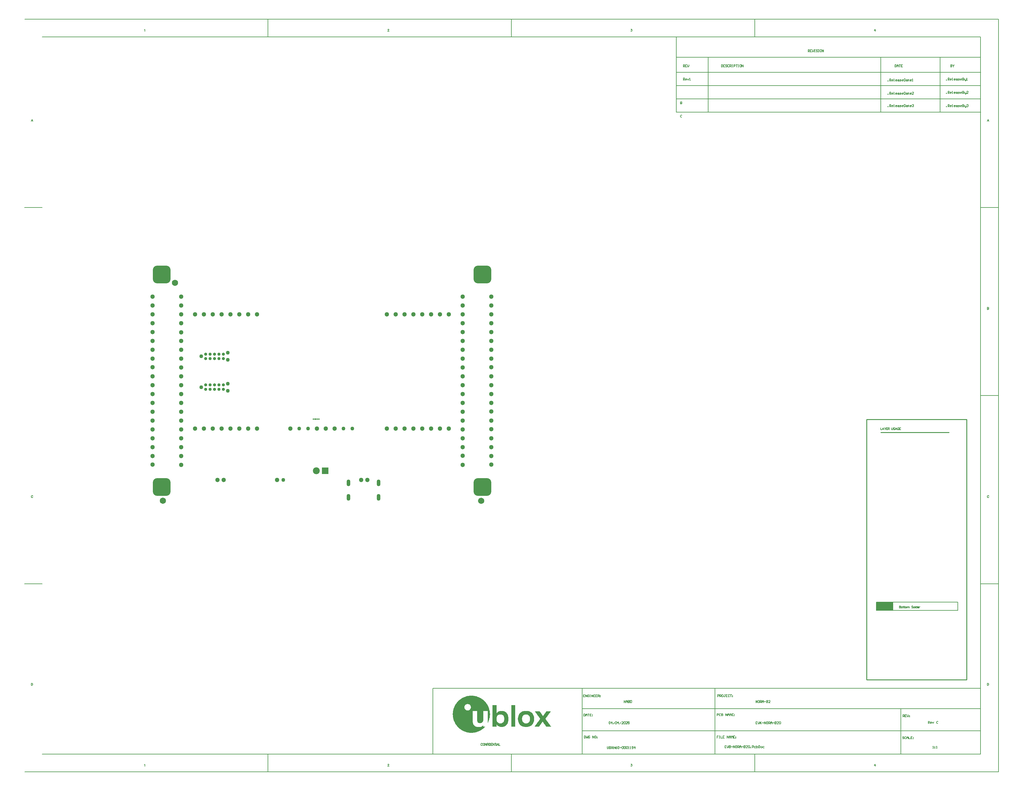
<source format=gbs>
G04*
G04 #@! TF.GenerationSoftware,Altium Limited,Altium Designer,24.6.1 (21)*
G04*
G04 Layer_Color=16711935*
%FSLAX44Y44*%
%MOMM*%
G71*
G04*
G04 #@! TF.SameCoordinates,E70CDE82-3EE1-4166-B2EF-4B71CB92BF6A*
G04*
G04*
G04 #@! TF.FilePolarity,Negative*
G04*
G01*
G75*
%ADD10C,0.2000*%
%ADD12C,0.1270*%
%ADD14C,0.2540*%
%ADD18C,0.1524*%
%ADD19C,0.1500*%
%ADD21R,4.8260X2.4130*%
%ADD150C,0.1000*%
%ADD151O,1.1000X1.9000*%
%ADD152C,1.1000*%
%ADD153R,1.8796X1.8796*%
%ADD154C,1.9796*%
G04:AMPARAMS|DCode=155|XSize=5.1mm|YSize=5.1mm|CornerRadius=1.3mm|HoleSize=0mm|Usage=FLASHONLY|Rotation=0.000|XOffset=0mm|YOffset=0mm|HoleType=Round|Shape=RoundedRectangle|*
%AMROUNDEDRECTD155*
21,1,5.1000,2.5000,0,0,0.0*
21,1,2.5000,5.1000,0,0,0.0*
1,1,2.6000,1.2500,-1.2500*
1,1,2.6000,-1.2500,-1.2500*
1,1,2.6000,-1.2500,1.2500*
1,1,2.6000,1.2500,1.2500*
%
%ADD155ROUNDEDRECTD155*%
%ADD187C,1.3000*%
%ADD188C,0.9000*%
%ADD189C,0.4524*%
G36*
X80541Y648526D02*
X82020Y647913D01*
X83351Y647023D01*
X84483Y645891D01*
X85373Y644560D01*
X85986Y643081D01*
X86298Y641510D01*
Y640710D01*
Y639909D01*
X85986Y638339D01*
X85373Y636860D01*
X84483Y635529D01*
X83351Y634397D01*
X82020Y633507D01*
X80541Y632894D01*
X78970Y632582D01*
X77369D01*
X75799Y632894D01*
X74320Y633507D01*
X72989Y634397D01*
X71856Y635529D01*
X70967Y636860D01*
X70354Y638339D01*
X70042Y639909D01*
Y640710D01*
Y641510D01*
X70354Y643081D01*
X70967Y644560D01*
X71856Y645891D01*
X72989Y647023D01*
X74320Y647913D01*
X75799Y648526D01*
X77369Y648838D01*
X78970D01*
X80541Y648526D01*
D02*
G37*
G36*
X45773Y23482D02*
X47252Y22869D01*
X48583Y21979D01*
X49715Y20847D01*
X50605Y19516D01*
X51218Y18037D01*
X51530Y16466D01*
Y15666D01*
Y14865D01*
X51218Y13295D01*
X50605Y11816D01*
X49715Y10485D01*
X48583Y9353D01*
X47252Y8463D01*
X45773Y7850D01*
X44202Y7538D01*
X42601D01*
X41031Y7850D01*
X39552Y8463D01*
X38221Y9353D01*
X37088Y10485D01*
X36199Y11816D01*
X35586Y13295D01*
X35274Y14865D01*
Y15666D01*
Y16466D01*
X35586Y18037D01*
X36199Y19516D01*
X37088Y20847D01*
X38221Y21979D01*
X39552Y22869D01*
X41031Y23482D01*
X42601Y23794D01*
X44202D01*
X45773Y23482D01*
D02*
G37*
G36*
X959157Y23228D02*
X960636Y22615D01*
X961967Y21725D01*
X963099Y20593D01*
X963989Y19262D01*
X964602Y17783D01*
X964914Y16213D01*
Y15412D01*
Y14612D01*
X964602Y13041D01*
X963989Y11562D01*
X963099Y10231D01*
X961967Y9099D01*
X960636Y8209D01*
X959157Y7596D01*
X957587Y7284D01*
X955985D01*
X954415Y7596D01*
X952936Y8209D01*
X951605Y9099D01*
X950472Y10231D01*
X949583Y11562D01*
X948970Y13041D01*
X948658Y14612D01*
Y15412D01*
Y16213D01*
X948970Y17783D01*
X949583Y19262D01*
X950472Y20593D01*
X951605Y21725D01*
X952936Y22615D01*
X954415Y23228D01*
X955985Y23540D01*
X957587D01*
X959157Y23228D01*
D02*
G37*
G36*
X1156705Y-588763D02*
X1156252D01*
Y-589216D01*
Y-589670D01*
X1155798D01*
Y-590123D01*
X1155345D01*
Y-590577D01*
X1154891D01*
Y-591030D01*
Y-591484D01*
X1154438D01*
Y-591937D01*
X1153984D01*
Y-592391D01*
Y-592845D01*
X1153531D01*
Y-593298D01*
X1153077D01*
Y-593752D01*
X1152624D01*
Y-594205D01*
Y-594659D01*
X1152170D01*
Y-595112D01*
X1151716D01*
Y-595566D01*
X1151263D01*
Y-596019D01*
Y-596473D01*
X1150809D01*
Y-596926D01*
X1150356D01*
Y-597380D01*
X1149902D01*
Y-597834D01*
Y-598287D01*
X1149449D01*
Y-598741D01*
X1148995D01*
Y-599194D01*
Y-599648D01*
X1148541D01*
Y-600101D01*
X1148088D01*
Y-600555D01*
X1147634D01*
Y-601008D01*
Y-601462D01*
X1147181D01*
Y-601916D01*
X1146727D01*
Y-602369D01*
X1146274D01*
Y-602823D01*
Y-603276D01*
X1145820D01*
Y-603730D01*
X1145367D01*
Y-604183D01*
Y-604637D01*
X1144913D01*
Y-605090D01*
X1144460D01*
Y-605544D01*
X1144006D01*
Y-605998D01*
Y-606451D01*
X1143552D01*
Y-606905D01*
X1143099D01*
Y-607358D01*
X1142645D01*
Y-607812D01*
Y-608265D01*
X1142192D01*
Y-608719D01*
X1141738D01*
Y-609173D01*
X1141285D01*
Y-609626D01*
Y-610080D01*
Y-610533D01*
X1141738D01*
Y-610987D01*
Y-611440D01*
X1142192D01*
Y-611894D01*
X1142645D01*
Y-612347D01*
X1143099D01*
Y-612801D01*
Y-613255D01*
X1143552D01*
Y-613708D01*
X1144006D01*
Y-614162D01*
X1144460D01*
Y-614615D01*
Y-615069D01*
X1144913D01*
Y-615522D01*
X1145367D01*
Y-615976D01*
Y-616429D01*
X1145820D01*
Y-616883D01*
X1146274D01*
Y-617337D01*
X1146727D01*
Y-617790D01*
Y-618244D01*
X1147181D01*
Y-618697D01*
X1147634D01*
Y-619151D01*
X1148088D01*
Y-619604D01*
Y-620058D01*
X1148541D01*
Y-620511D01*
X1148995D01*
Y-620965D01*
X1149449D01*
Y-621418D01*
Y-621872D01*
X1149902D01*
Y-622326D01*
X1150356D01*
Y-622779D01*
X1150809D01*
Y-623233D01*
Y-623686D01*
X1151263D01*
Y-624140D01*
X1151716D01*
Y-624593D01*
X1152170D01*
Y-625047D01*
Y-625501D01*
X1152624D01*
Y-625954D01*
X1153077D01*
Y-626408D01*
X1153531D01*
Y-626861D01*
Y-627315D01*
X1153984D01*
Y-627768D01*
X1154438D01*
Y-628222D01*
Y-628675D01*
X1154891D01*
Y-629129D01*
X1155345D01*
Y-629583D01*
X1155798D01*
Y-630036D01*
Y-630490D01*
X1156252D01*
Y-630943D01*
X1156705D01*
Y-631397D01*
X1157159D01*
Y-631850D01*
X1157613D01*
Y-632304D01*
X1143099D01*
Y-631850D01*
Y-631397D01*
X1142645D01*
Y-630943D01*
X1142192D01*
Y-630490D01*
X1141738D01*
Y-630036D01*
Y-629583D01*
X1141285D01*
Y-629129D01*
X1140831D01*
Y-628675D01*
X1140378D01*
Y-628222D01*
Y-627768D01*
X1139924D01*
Y-627315D01*
X1139470D01*
Y-626861D01*
Y-626408D01*
X1139017D01*
Y-625954D01*
X1138563D01*
Y-625501D01*
X1138110D01*
Y-625047D01*
Y-624593D01*
X1137656D01*
Y-624140D01*
X1137203D01*
Y-623686D01*
X1136749D01*
Y-623233D01*
Y-622779D01*
X1136295D01*
Y-622326D01*
X1135842D01*
Y-621872D01*
Y-621418D01*
X1135388D01*
Y-620965D01*
X1134935D01*
Y-620511D01*
X1134481D01*
Y-620058D01*
Y-619604D01*
X1134028D01*
Y-619151D01*
X1133574D01*
Y-618697D01*
X1133121D01*
Y-618244D01*
X1132667D01*
Y-618697D01*
Y-619151D01*
X1132214D01*
Y-619604D01*
X1131760D01*
Y-620058D01*
X1131306D01*
Y-620511D01*
Y-620965D01*
X1130853D01*
Y-621418D01*
X1130399D01*
Y-621872D01*
Y-622326D01*
X1129946D01*
Y-622779D01*
X1129492D01*
Y-623233D01*
X1129039D01*
Y-623686D01*
Y-624140D01*
X1128585D01*
Y-624593D01*
X1128131D01*
Y-625047D01*
Y-625501D01*
X1127678D01*
Y-625954D01*
X1127224D01*
Y-626408D01*
X1126771D01*
Y-626861D01*
Y-627315D01*
X1126317D01*
Y-627768D01*
X1125864D01*
Y-628222D01*
Y-628675D01*
X1125410D01*
Y-629129D01*
X1124957D01*
Y-629583D01*
X1124503D01*
Y-630036D01*
Y-630490D01*
X1124049D01*
Y-630943D01*
X1123596D01*
Y-631397D01*
Y-631850D01*
X1123142D01*
Y-632304D01*
X1109989D01*
Y-631850D01*
X1110443D01*
Y-631397D01*
X1110896D01*
Y-630943D01*
Y-630490D01*
X1111350D01*
Y-630036D01*
X1111803D01*
Y-629583D01*
X1112257D01*
Y-629129D01*
Y-628675D01*
X1112711D01*
Y-628222D01*
X1113164D01*
Y-627768D01*
Y-627315D01*
X1113618D01*
Y-626861D01*
X1114071D01*
Y-626408D01*
X1114525D01*
Y-625954D01*
X1114978D01*
Y-625501D01*
Y-625047D01*
X1115432D01*
Y-624593D01*
X1115885D01*
Y-624140D01*
Y-623686D01*
X1116339D01*
Y-623233D01*
X1116793D01*
Y-622779D01*
X1117246D01*
Y-622326D01*
Y-621872D01*
X1117700D01*
Y-621418D01*
X1118153D01*
Y-620965D01*
X1118607D01*
Y-620511D01*
Y-620058D01*
X1119060D01*
Y-619604D01*
X1119514D01*
Y-619151D01*
X1119967D01*
Y-618697D01*
Y-618244D01*
X1120421D01*
Y-617790D01*
X1120875D01*
Y-617337D01*
X1121328D01*
Y-616883D01*
Y-616429D01*
X1121782D01*
Y-615976D01*
X1122235D01*
Y-615522D01*
X1122689D01*
Y-615069D01*
Y-614615D01*
X1123142D01*
Y-614162D01*
X1123596D01*
Y-613708D01*
X1124049D01*
Y-613255D01*
Y-612801D01*
X1124503D01*
Y-612347D01*
X1124957D01*
Y-611894D01*
Y-611440D01*
X1125410D01*
Y-610987D01*
X1125864D01*
Y-610533D01*
X1126317D01*
Y-610080D01*
Y-609626D01*
X1125864D01*
Y-609173D01*
X1125410D01*
Y-608719D01*
X1124957D01*
Y-608265D01*
Y-607812D01*
X1124503D01*
Y-607358D01*
X1124049D01*
Y-606905D01*
X1123596D01*
Y-606451D01*
Y-605998D01*
X1123142D01*
Y-605544D01*
X1122689D01*
Y-605090D01*
Y-604637D01*
X1122235D01*
Y-604183D01*
X1121782D01*
Y-603730D01*
X1121328D01*
Y-603276D01*
Y-602823D01*
X1120875D01*
Y-602369D01*
X1120421D01*
Y-601916D01*
X1119967D01*
Y-601462D01*
Y-601008D01*
X1119514D01*
Y-600555D01*
X1119060D01*
Y-600101D01*
Y-599648D01*
X1118607D01*
Y-599194D01*
X1118153D01*
Y-598741D01*
X1117700D01*
Y-598287D01*
Y-597834D01*
X1117246D01*
Y-597380D01*
X1116793D01*
Y-596926D01*
X1116339D01*
Y-596473D01*
Y-596019D01*
X1115885D01*
Y-595566D01*
X1115432D01*
Y-595112D01*
Y-594659D01*
X1114978D01*
Y-594205D01*
X1114525D01*
Y-593752D01*
X1114071D01*
Y-593298D01*
Y-592845D01*
X1113618D01*
Y-592391D01*
X1113164D01*
Y-591937D01*
X1112711D01*
Y-591484D01*
Y-591030D01*
X1112257D01*
Y-590577D01*
X1111803D01*
Y-590123D01*
Y-589670D01*
X1111350D01*
Y-589216D01*
X1110896D01*
Y-588763D01*
X1110443D01*
Y-588309D01*
X1124503D01*
Y-588763D01*
X1124957D01*
Y-589216D01*
X1125410D01*
Y-589670D01*
Y-590123D01*
X1125864D01*
Y-590577D01*
X1126317D01*
Y-591030D01*
X1126771D01*
Y-591484D01*
Y-591937D01*
X1127224D01*
Y-592391D01*
X1127678D01*
Y-592845D01*
Y-593298D01*
X1128131D01*
Y-593752D01*
X1128585D01*
Y-594205D01*
Y-594659D01*
X1129039D01*
Y-595112D01*
X1129492D01*
Y-595566D01*
X1129946D01*
Y-596019D01*
Y-596473D01*
X1130399D01*
Y-596926D01*
X1130853D01*
Y-597380D01*
Y-597834D01*
X1131306D01*
Y-598287D01*
X1131760D01*
Y-598741D01*
X1132214D01*
Y-599194D01*
Y-599648D01*
X1132667D01*
Y-600101D01*
X1133121D01*
Y-600555D01*
Y-601008D01*
X1133574D01*
Y-601462D01*
X1134028D01*
Y-601916D01*
X1134481D01*
Y-601462D01*
X1134935D01*
Y-601008D01*
Y-600555D01*
X1135388D01*
Y-600101D01*
X1135842D01*
Y-599648D01*
X1136295D01*
Y-599194D01*
Y-598741D01*
X1136749D01*
Y-598287D01*
X1137203D01*
Y-597834D01*
Y-597380D01*
X1137656D01*
Y-596926D01*
X1138110D01*
Y-596473D01*
X1138563D01*
Y-596019D01*
Y-595566D01*
X1139017D01*
Y-595112D01*
X1139470D01*
Y-594659D01*
Y-594205D01*
X1139924D01*
Y-593752D01*
X1140378D01*
Y-593298D01*
X1140831D01*
Y-592845D01*
Y-592391D01*
X1141285D01*
Y-591937D01*
X1141738D01*
Y-591484D01*
Y-591030D01*
X1142192D01*
Y-590577D01*
X1142645D01*
Y-590123D01*
X1143099D01*
Y-589670D01*
Y-589216D01*
X1143552D01*
Y-588763D01*
X1144006D01*
Y-588309D01*
X1156705D01*
Y-588763D01*
D02*
G37*
G36*
X930835Y-543861D02*
X935370D01*
Y-544314D01*
X938092D01*
Y-544768D01*
X940359D01*
Y-545221D01*
X942173D01*
Y-545675D01*
X943988D01*
Y-546128D01*
X945348D01*
Y-546582D01*
X946709D01*
Y-547035D01*
X948070D01*
Y-547489D01*
X948977D01*
Y-547943D01*
X950338D01*
Y-548396D01*
X951245D01*
Y-548850D01*
X952152D01*
Y-549303D01*
X953059D01*
Y-549757D01*
X953966D01*
Y-550210D01*
X954873D01*
Y-550664D01*
X955327D01*
Y-551117D01*
X956234D01*
Y-551571D01*
X957141D01*
Y-552024D01*
X957594D01*
Y-552478D01*
X958502D01*
Y-552932D01*
X958955D01*
Y-553385D01*
X959862D01*
Y-553839D01*
X960316D01*
Y-554292D01*
X960769D01*
Y-554746D01*
X961676D01*
Y-555199D01*
X962130D01*
Y-555653D01*
X962583D01*
Y-556106D01*
X963037D01*
Y-556560D01*
X963944D01*
Y-557014D01*
X964398D01*
Y-557467D01*
X964851D01*
Y-557921D01*
X965305D01*
Y-558374D01*
X965758D01*
Y-558828D01*
X966212D01*
Y-559281D01*
X966665D01*
Y-559735D01*
X967119D01*
Y-560188D01*
X967573D01*
Y-560642D01*
X968026D01*
Y-561096D01*
X968480D01*
Y-561549D01*
X968933D01*
Y-562003D01*
Y-562456D01*
X969387D01*
Y-562910D01*
X969840D01*
Y-563363D01*
X970294D01*
Y-563817D01*
X970748D01*
Y-564271D01*
Y-564724D01*
X971201D01*
Y-565178D01*
X971655D01*
Y-565631D01*
X972108D01*
Y-566085D01*
Y-566538D01*
X972562D01*
Y-566992D01*
X973015D01*
Y-567445D01*
Y-567899D01*
X973469D01*
Y-568353D01*
X973922D01*
Y-568806D01*
Y-569260D01*
X974376D01*
Y-569713D01*
X974829D01*
Y-570167D01*
Y-570620D01*
X975283D01*
Y-571074D01*
Y-571527D01*
X975737D01*
Y-571981D01*
Y-572435D01*
X976190D01*
Y-572888D01*
Y-573342D01*
X976644D01*
Y-573795D01*
Y-574249D01*
X977097D01*
Y-574702D01*
Y-575156D01*
X977551D01*
Y-575609D01*
Y-576063D01*
X978004D01*
Y-576516D01*
Y-576970D01*
Y-577424D01*
X978458D01*
Y-577877D01*
Y-578331D01*
X978912D01*
Y-578784D01*
Y-579238D01*
Y-579691D01*
X979365D01*
Y-580145D01*
Y-580598D01*
Y-581052D01*
X979819D01*
Y-581506D01*
Y-581959D01*
Y-582413D01*
Y-582866D01*
X980272D01*
Y-583320D01*
Y-583773D01*
Y-584227D01*
Y-584680D01*
X980726D01*
Y-585134D01*
Y-585588D01*
Y-586041D01*
Y-586495D01*
X981179D01*
Y-586948D01*
Y-587402D01*
Y-587855D01*
Y-588309D01*
Y-588763D01*
Y-589216D01*
Y-589670D01*
X981633D01*
Y-590123D01*
Y-590577D01*
Y-591030D01*
Y-591484D01*
Y-591937D01*
Y-592391D01*
Y-592845D01*
Y-593298D01*
Y-593752D01*
Y-594205D01*
Y-594659D01*
X982086D01*
Y-595112D01*
Y-595566D01*
Y-596019D01*
Y-596473D01*
Y-596926D01*
Y-597380D01*
Y-597834D01*
Y-598287D01*
Y-598741D01*
Y-599194D01*
X981633D01*
Y-599648D01*
Y-600101D01*
Y-600555D01*
Y-601008D01*
Y-601462D01*
Y-601916D01*
Y-602369D01*
Y-602823D01*
Y-603276D01*
Y-603730D01*
Y-604183D01*
X981179D01*
Y-604637D01*
Y-605090D01*
Y-605544D01*
Y-605998D01*
Y-606451D01*
Y-606905D01*
X980726D01*
Y-607358D01*
Y-607812D01*
Y-608265D01*
Y-608719D01*
Y-609173D01*
X980272D01*
Y-609626D01*
Y-610080D01*
Y-610533D01*
Y-610987D01*
X979819D01*
Y-611440D01*
Y-611894D01*
Y-612347D01*
Y-612801D01*
X979365D01*
Y-613255D01*
Y-613708D01*
Y-614162D01*
X978912D01*
Y-614615D01*
Y-615069D01*
X978458D01*
Y-615522D01*
Y-615976D01*
Y-616429D01*
X978004D01*
Y-616883D01*
Y-617337D01*
X977551D01*
Y-617790D01*
Y-618244D01*
Y-618697D01*
X977097D01*
Y-619151D01*
Y-619604D01*
X976644D01*
Y-620058D01*
Y-620511D01*
X976190D01*
Y-620965D01*
Y-621418D01*
X975737D01*
Y-621872D01*
Y-622326D01*
X975283D01*
Y-621872D01*
Y-621418D01*
Y-620965D01*
Y-620511D01*
Y-620058D01*
Y-619604D01*
Y-619151D01*
Y-618697D01*
Y-618244D01*
Y-617790D01*
Y-617337D01*
Y-616883D01*
Y-616429D01*
Y-615976D01*
Y-615522D01*
Y-615069D01*
Y-614615D01*
Y-614162D01*
Y-613708D01*
Y-613255D01*
Y-612801D01*
Y-612347D01*
Y-611894D01*
Y-611440D01*
Y-610987D01*
Y-610533D01*
Y-610080D01*
Y-609626D01*
Y-609173D01*
Y-608719D01*
Y-608265D01*
Y-607812D01*
Y-607358D01*
Y-606905D01*
Y-606451D01*
Y-605998D01*
Y-605544D01*
Y-605090D01*
Y-604637D01*
Y-604183D01*
Y-603730D01*
Y-603276D01*
Y-602823D01*
Y-602369D01*
Y-601916D01*
Y-601462D01*
Y-601008D01*
Y-600555D01*
Y-600101D01*
Y-599648D01*
Y-599194D01*
Y-598741D01*
Y-598287D01*
Y-597834D01*
Y-597380D01*
Y-596926D01*
Y-596473D01*
Y-596019D01*
Y-595566D01*
Y-595112D01*
Y-594659D01*
Y-594205D01*
Y-593752D01*
Y-593298D01*
Y-592845D01*
Y-592391D01*
Y-591937D01*
Y-591484D01*
Y-591030D01*
Y-590577D01*
Y-590123D01*
Y-589670D01*
Y-589216D01*
Y-588763D01*
Y-588309D01*
Y-587855D01*
X962583D01*
Y-588309D01*
Y-588763D01*
Y-589216D01*
Y-589670D01*
Y-590123D01*
Y-590577D01*
Y-591030D01*
Y-591484D01*
Y-591937D01*
Y-592391D01*
Y-592845D01*
Y-593298D01*
Y-593752D01*
Y-594205D01*
Y-594659D01*
Y-595112D01*
Y-595566D01*
Y-596019D01*
Y-596473D01*
Y-596926D01*
Y-597380D01*
Y-597834D01*
Y-598287D01*
Y-598741D01*
Y-599194D01*
Y-599648D01*
Y-600101D01*
Y-600555D01*
Y-601008D01*
Y-601462D01*
Y-601916D01*
Y-602369D01*
Y-602823D01*
Y-603276D01*
Y-603730D01*
Y-604183D01*
Y-604637D01*
Y-605090D01*
Y-605544D01*
Y-605998D01*
Y-606451D01*
Y-606905D01*
Y-607358D01*
Y-607812D01*
Y-608265D01*
Y-608719D01*
Y-609173D01*
Y-609626D01*
Y-610080D01*
Y-610533D01*
Y-610987D01*
Y-611440D01*
Y-611894D01*
Y-612347D01*
Y-612801D01*
Y-613255D01*
Y-613708D01*
Y-614162D01*
Y-614615D01*
Y-615069D01*
Y-615522D01*
X962130D01*
Y-615976D01*
Y-616429D01*
Y-616883D01*
Y-617337D01*
X961676D01*
Y-617790D01*
Y-618244D01*
X961223D01*
Y-618697D01*
Y-619151D01*
X960769D01*
Y-619604D01*
X960316D01*
Y-620058D01*
X959862D01*
Y-620511D01*
X959409D01*
Y-620965D01*
X958955D01*
Y-621418D01*
X958048D01*
Y-621872D01*
X956687D01*
Y-622326D01*
X950338D01*
Y-621872D01*
X948977D01*
Y-621418D01*
X948070D01*
Y-620965D01*
X947616D01*
Y-620511D01*
X947163D01*
Y-620058D01*
X946709D01*
Y-619604D01*
Y-619151D01*
X946255D01*
Y-618697D01*
Y-618244D01*
X945802D01*
Y-617790D01*
Y-617337D01*
Y-616883D01*
Y-616429D01*
X945348D01*
Y-615976D01*
Y-615522D01*
Y-615069D01*
Y-614615D01*
Y-614162D01*
Y-613708D01*
Y-613255D01*
Y-612801D01*
Y-612347D01*
Y-611894D01*
Y-611440D01*
Y-610987D01*
Y-610533D01*
Y-610080D01*
Y-609626D01*
Y-609173D01*
Y-608719D01*
Y-608265D01*
Y-607812D01*
Y-607358D01*
Y-606905D01*
Y-606451D01*
Y-605998D01*
Y-605544D01*
Y-605090D01*
Y-604637D01*
Y-604183D01*
Y-603730D01*
Y-603276D01*
Y-602823D01*
Y-602369D01*
Y-601916D01*
Y-601462D01*
Y-601008D01*
Y-600555D01*
Y-600101D01*
Y-599648D01*
Y-599194D01*
Y-598741D01*
Y-598287D01*
Y-597834D01*
Y-597380D01*
Y-596926D01*
Y-596473D01*
Y-596019D01*
Y-595566D01*
Y-595112D01*
Y-594659D01*
Y-594205D01*
Y-593752D01*
Y-593298D01*
Y-592845D01*
Y-592391D01*
Y-591937D01*
Y-591484D01*
Y-591030D01*
Y-590577D01*
Y-590123D01*
Y-589670D01*
Y-589216D01*
Y-588763D01*
Y-588309D01*
Y-587855D01*
X932649D01*
Y-588309D01*
Y-588763D01*
Y-589216D01*
Y-589670D01*
Y-590123D01*
Y-590577D01*
Y-591030D01*
Y-591484D01*
Y-591937D01*
Y-592391D01*
Y-592845D01*
Y-593298D01*
Y-593752D01*
Y-594205D01*
Y-594659D01*
Y-595112D01*
Y-595566D01*
Y-596019D01*
Y-596473D01*
Y-596926D01*
Y-597380D01*
Y-597834D01*
Y-598287D01*
Y-598741D01*
Y-599194D01*
Y-599648D01*
Y-600101D01*
Y-600555D01*
Y-601008D01*
Y-601462D01*
Y-601916D01*
Y-602369D01*
Y-602823D01*
Y-603276D01*
Y-603730D01*
Y-604183D01*
Y-604637D01*
Y-605090D01*
Y-605544D01*
Y-605998D01*
Y-606451D01*
Y-606905D01*
Y-607358D01*
Y-607812D01*
Y-608265D01*
Y-608719D01*
Y-609173D01*
Y-609626D01*
Y-610080D01*
Y-610533D01*
Y-610987D01*
Y-611440D01*
Y-611894D01*
Y-612347D01*
Y-612801D01*
Y-613255D01*
Y-613708D01*
Y-614162D01*
Y-614615D01*
Y-615069D01*
Y-615522D01*
Y-615976D01*
Y-616429D01*
Y-616883D01*
Y-617337D01*
Y-617790D01*
Y-618244D01*
Y-618697D01*
Y-619151D01*
Y-619604D01*
Y-620058D01*
Y-620511D01*
Y-620965D01*
X933102D01*
Y-621418D01*
Y-621872D01*
Y-622326D01*
Y-622779D01*
X933556D01*
Y-623233D01*
Y-623686D01*
Y-624140D01*
X934009D01*
Y-624593D01*
Y-625047D01*
Y-625501D01*
X934463D01*
Y-625954D01*
Y-626408D01*
X934917D01*
Y-626861D01*
X935370D01*
Y-627315D01*
Y-627768D01*
X935824D01*
Y-628222D01*
X936277D01*
Y-628675D01*
X936731D01*
Y-629129D01*
X937184D01*
Y-629583D01*
X937638D01*
Y-630036D01*
X938092D01*
Y-630490D01*
X938999D01*
Y-630943D01*
X939452D01*
Y-631397D01*
X940359D01*
Y-631850D01*
X941266D01*
Y-632304D01*
X942173D01*
Y-632757D01*
X943534D01*
Y-633211D01*
X945348D01*
Y-633665D01*
X954419D01*
Y-633211D01*
X956234D01*
Y-632757D01*
X957141D01*
Y-632304D01*
X958502D01*
Y-631850D01*
X958955D01*
Y-631397D01*
X959862D01*
Y-630943D01*
X960316D01*
Y-630490D01*
X960769D01*
Y-630036D01*
X961676D01*
Y-629583D01*
X962130D01*
Y-629129D01*
X962583D01*
Y-628675D01*
Y-628222D01*
X963037D01*
Y-628675D01*
Y-629129D01*
Y-629583D01*
Y-630036D01*
Y-630490D01*
Y-630943D01*
Y-631397D01*
Y-631850D01*
Y-632304D01*
Y-632757D01*
X968026D01*
Y-633211D01*
X967573D01*
Y-633665D01*
X967119D01*
Y-634118D01*
X966665D01*
Y-634572D01*
X966212D01*
Y-635025D01*
X965758D01*
Y-635479D01*
X965305D01*
Y-635932D01*
X964851D01*
Y-636386D01*
X964398D01*
Y-636839D01*
X963491D01*
Y-637293D01*
X963037D01*
Y-637747D01*
X962583D01*
Y-638200D01*
X962130D01*
Y-638654D01*
X961223D01*
Y-639107D01*
X960769D01*
Y-639561D01*
X960316D01*
Y-640014D01*
X959409D01*
Y-640468D01*
X958955D01*
Y-640921D01*
X958048D01*
Y-641375D01*
X957594D01*
Y-641829D01*
X956687D01*
Y-642282D01*
X956234D01*
Y-642736D01*
X955327D01*
Y-643189D01*
X954419D01*
Y-643643D01*
X953512D01*
Y-644096D01*
X953059D01*
Y-644550D01*
X952152D01*
Y-645004D01*
X950791D01*
Y-645457D01*
X949884D01*
Y-645911D01*
X948977D01*
Y-646364D01*
X947616D01*
Y-646818D01*
X946709D01*
Y-647271D01*
X945348D01*
Y-647725D01*
X943534D01*
Y-648178D01*
X942173D01*
Y-648632D01*
X940359D01*
Y-649085D01*
X937638D01*
Y-649539D01*
X934463D01*
Y-649993D01*
X922671D01*
Y-649539D01*
X919496D01*
Y-649085D01*
X917228D01*
Y-648632D01*
X915414D01*
Y-648178D01*
X913599D01*
Y-647725D01*
X912239D01*
Y-647271D01*
X910878D01*
Y-646818D01*
X909518D01*
Y-646364D01*
X908610D01*
Y-645911D01*
X907250D01*
Y-645457D01*
X906343D01*
Y-645004D01*
X905435D01*
Y-644550D01*
X904528D01*
Y-644096D01*
X903621D01*
Y-643643D01*
X902714D01*
Y-643189D01*
X901807D01*
Y-642736D01*
X901354D01*
Y-642282D01*
X900446D01*
Y-641829D01*
X899539D01*
Y-641375D01*
X899086D01*
Y-640921D01*
X898179D01*
Y-640468D01*
X897725D01*
Y-640014D01*
X897271D01*
Y-639561D01*
X896364D01*
Y-639107D01*
X895911D01*
Y-638654D01*
X895457D01*
Y-638200D01*
X894550D01*
Y-637747D01*
X894097D01*
Y-637293D01*
X893643D01*
Y-636839D01*
X893189D01*
Y-636386D01*
X892736D01*
Y-635932D01*
X892282D01*
Y-635479D01*
X891829D01*
Y-635025D01*
X891375D01*
Y-634572D01*
X890922D01*
Y-634118D01*
X890468D01*
Y-633665D01*
X890015D01*
Y-633211D01*
X889561D01*
Y-632757D01*
X889108D01*
Y-632304D01*
X888654D01*
Y-631850D01*
X888200D01*
Y-631397D01*
X887747D01*
Y-630943D01*
X887293D01*
Y-630490D01*
Y-630036D01*
X886840D01*
Y-629583D01*
X886386D01*
Y-629129D01*
X885933D01*
Y-628675D01*
X885479D01*
Y-628222D01*
Y-627768D01*
X885025D01*
Y-627315D01*
X884572D01*
Y-626861D01*
Y-626408D01*
X884118D01*
Y-625954D01*
X883665D01*
Y-625501D01*
Y-625047D01*
X883211D01*
Y-624593D01*
X882758D01*
Y-624140D01*
Y-623686D01*
X882304D01*
Y-623233D01*
Y-622779D01*
X881851D01*
Y-622326D01*
Y-621872D01*
X881397D01*
Y-621418D01*
Y-620965D01*
X880944D01*
Y-620511D01*
Y-620058D01*
X880490D01*
Y-619604D01*
Y-619151D01*
X880036D01*
Y-618697D01*
Y-618244D01*
X879583D01*
Y-617790D01*
Y-617337D01*
X879129D01*
Y-616883D01*
Y-616429D01*
Y-615976D01*
X878676D01*
Y-615522D01*
Y-615069D01*
Y-614615D01*
X878222D01*
Y-614162D01*
Y-613708D01*
X877769D01*
Y-613255D01*
Y-612801D01*
Y-612347D01*
Y-611894D01*
X877315D01*
Y-611440D01*
Y-610987D01*
Y-610533D01*
X876861D01*
Y-610080D01*
Y-609626D01*
Y-609173D01*
Y-608719D01*
X876408D01*
Y-608265D01*
Y-607812D01*
Y-607358D01*
Y-606905D01*
Y-606451D01*
X875954D01*
Y-605998D01*
Y-605544D01*
Y-605090D01*
Y-604637D01*
Y-604183D01*
Y-603730D01*
Y-603276D01*
X875501D01*
Y-602823D01*
Y-602369D01*
Y-601916D01*
Y-601462D01*
Y-601008D01*
Y-600555D01*
Y-600101D01*
Y-599648D01*
Y-599194D01*
Y-598741D01*
X875047D01*
Y-598287D01*
Y-597834D01*
Y-597380D01*
Y-596926D01*
Y-596473D01*
Y-596019D01*
Y-595566D01*
Y-595112D01*
Y-594659D01*
X875501D01*
Y-594205D01*
Y-593752D01*
Y-593298D01*
Y-592845D01*
Y-592391D01*
Y-591937D01*
Y-591484D01*
Y-591030D01*
Y-590577D01*
X875954D01*
Y-590123D01*
Y-589670D01*
Y-589216D01*
Y-588763D01*
Y-588309D01*
Y-587855D01*
Y-587402D01*
X876408D01*
Y-586948D01*
Y-586495D01*
Y-586041D01*
Y-585588D01*
Y-585134D01*
X876861D01*
Y-584680D01*
Y-584227D01*
Y-583773D01*
Y-583320D01*
X877315D01*
Y-582866D01*
Y-582413D01*
Y-581959D01*
Y-581506D01*
X877769D01*
Y-581052D01*
Y-580598D01*
Y-580145D01*
X878222D01*
Y-579691D01*
Y-579238D01*
Y-578784D01*
X878676D01*
Y-578331D01*
Y-577877D01*
X879129D01*
Y-577424D01*
Y-576970D01*
Y-576516D01*
X879583D01*
Y-576063D01*
Y-575609D01*
X880036D01*
Y-575156D01*
Y-574702D01*
Y-574249D01*
X880490D01*
Y-573795D01*
Y-573342D01*
X880944D01*
Y-572888D01*
Y-572435D01*
X881397D01*
Y-571981D01*
Y-571527D01*
X881851D01*
Y-571074D01*
X882304D01*
Y-570620D01*
Y-570167D01*
X882758D01*
Y-569713D01*
Y-569260D01*
X883211D01*
Y-568806D01*
X883665D01*
Y-568353D01*
Y-567899D01*
X884118D01*
Y-567445D01*
X884572D01*
Y-566992D01*
Y-566538D01*
X885025D01*
Y-566085D01*
X885479D01*
Y-565631D01*
Y-565178D01*
X885933D01*
Y-564724D01*
X886386D01*
Y-564271D01*
X886840D01*
Y-563817D01*
Y-563363D01*
X887293D01*
Y-562910D01*
X887747D01*
Y-562456D01*
X888200D01*
Y-562003D01*
X888654D01*
Y-561549D01*
X889108D01*
Y-561096D01*
X889561D01*
Y-560642D01*
X890015D01*
Y-560188D01*
Y-559735D01*
X890468D01*
Y-559281D01*
X890922D01*
Y-558828D01*
X891375D01*
Y-558374D01*
X892282D01*
Y-557921D01*
X892736D01*
Y-557467D01*
X893189D01*
Y-557014D01*
X893643D01*
Y-556560D01*
X894097D01*
Y-556106D01*
X894550D01*
Y-555653D01*
X895004D01*
Y-555199D01*
X895911D01*
Y-554746D01*
X896364D01*
Y-554292D01*
X896818D01*
Y-553839D01*
X897725D01*
Y-553385D01*
X898179D01*
Y-552932D01*
X899086D01*
Y-552478D01*
X899539D01*
Y-552024D01*
X900446D01*
Y-551571D01*
X900900D01*
Y-551117D01*
X901807D01*
Y-550664D01*
X902714D01*
Y-550210D01*
X903168D01*
Y-549757D01*
X904528D01*
Y-549303D01*
X905435D01*
Y-548850D01*
X906343D01*
Y-548396D01*
X907250D01*
Y-547943D01*
X908157D01*
Y-547489D01*
X909518D01*
Y-547035D01*
X910425D01*
Y-546582D01*
X911785D01*
Y-546128D01*
X913146D01*
Y-545675D01*
X914960D01*
Y-545221D01*
X916774D01*
Y-544768D01*
X919042D01*
Y-544314D01*
X922217D01*
Y-543861D01*
X926753D01*
Y-543407D01*
X930835D01*
Y-543861D01*
D02*
G37*
G36*
X1054655Y-571074D02*
Y-571527D01*
Y-571981D01*
Y-572435D01*
Y-572888D01*
Y-573342D01*
Y-573795D01*
Y-574249D01*
Y-574702D01*
Y-575156D01*
Y-575609D01*
Y-576063D01*
Y-576516D01*
Y-576970D01*
Y-577424D01*
Y-577877D01*
Y-578331D01*
Y-578784D01*
Y-579238D01*
Y-579691D01*
Y-580145D01*
Y-580598D01*
Y-581052D01*
Y-581506D01*
Y-581959D01*
Y-582413D01*
Y-582866D01*
Y-583320D01*
Y-583773D01*
Y-584227D01*
Y-584680D01*
Y-585134D01*
Y-585588D01*
Y-586041D01*
Y-586495D01*
Y-586948D01*
Y-587402D01*
Y-587855D01*
Y-588309D01*
Y-588763D01*
Y-589216D01*
Y-589670D01*
Y-590123D01*
Y-590577D01*
Y-591030D01*
Y-591484D01*
Y-591937D01*
Y-592391D01*
Y-592845D01*
Y-593298D01*
Y-593752D01*
Y-594205D01*
Y-594659D01*
Y-595112D01*
Y-595566D01*
Y-596019D01*
Y-596473D01*
Y-596926D01*
Y-597380D01*
Y-597834D01*
Y-598287D01*
Y-598741D01*
Y-599194D01*
Y-599648D01*
Y-600101D01*
Y-600555D01*
Y-601008D01*
Y-601462D01*
Y-601916D01*
Y-602369D01*
Y-602823D01*
Y-603276D01*
Y-603730D01*
Y-604183D01*
Y-604637D01*
Y-605090D01*
Y-605544D01*
Y-605998D01*
Y-606451D01*
Y-606905D01*
Y-607358D01*
Y-607812D01*
Y-608265D01*
Y-608719D01*
Y-609173D01*
Y-609626D01*
Y-610080D01*
Y-610533D01*
Y-610987D01*
Y-611440D01*
Y-611894D01*
Y-612347D01*
Y-612801D01*
Y-613255D01*
Y-613708D01*
Y-614162D01*
Y-614615D01*
Y-615069D01*
Y-615522D01*
Y-615976D01*
Y-616429D01*
Y-616883D01*
Y-617337D01*
Y-617790D01*
Y-618244D01*
Y-618697D01*
Y-619151D01*
Y-619604D01*
Y-620058D01*
Y-620511D01*
Y-620965D01*
Y-621418D01*
Y-621872D01*
Y-622326D01*
Y-622779D01*
Y-623233D01*
Y-623686D01*
Y-624140D01*
Y-624593D01*
Y-625047D01*
Y-625501D01*
Y-625954D01*
Y-626408D01*
Y-626861D01*
Y-627315D01*
Y-627768D01*
Y-628222D01*
Y-628675D01*
Y-629129D01*
Y-629583D01*
Y-630036D01*
Y-630490D01*
Y-630943D01*
Y-631397D01*
Y-631850D01*
Y-632304D01*
X1043316D01*
Y-631850D01*
Y-631397D01*
Y-630943D01*
Y-630490D01*
Y-630036D01*
Y-629583D01*
Y-629129D01*
Y-628675D01*
Y-628222D01*
Y-627768D01*
Y-627315D01*
Y-626861D01*
Y-626408D01*
Y-625954D01*
Y-625501D01*
Y-625047D01*
Y-624593D01*
Y-624140D01*
Y-623686D01*
Y-623233D01*
Y-622779D01*
Y-622326D01*
Y-621872D01*
Y-621418D01*
Y-620965D01*
Y-620511D01*
Y-620058D01*
Y-619604D01*
Y-619151D01*
Y-618697D01*
Y-618244D01*
Y-617790D01*
Y-617337D01*
Y-616883D01*
Y-616429D01*
Y-615976D01*
Y-615522D01*
Y-615069D01*
Y-614615D01*
Y-614162D01*
Y-613708D01*
Y-613255D01*
Y-612801D01*
Y-612347D01*
Y-611894D01*
Y-611440D01*
Y-610987D01*
Y-610533D01*
Y-610080D01*
Y-609626D01*
Y-609173D01*
Y-608719D01*
Y-608265D01*
Y-607812D01*
Y-607358D01*
Y-606905D01*
Y-606451D01*
Y-605998D01*
Y-605544D01*
Y-605090D01*
Y-604637D01*
Y-604183D01*
Y-603730D01*
Y-603276D01*
Y-602823D01*
Y-602369D01*
Y-601916D01*
Y-601462D01*
Y-601008D01*
Y-600555D01*
Y-600101D01*
Y-599648D01*
Y-599194D01*
Y-598741D01*
Y-598287D01*
Y-597834D01*
Y-597380D01*
Y-596926D01*
Y-596473D01*
Y-596019D01*
Y-595566D01*
Y-595112D01*
Y-594659D01*
Y-594205D01*
Y-593752D01*
Y-593298D01*
Y-592845D01*
Y-592391D01*
Y-591937D01*
Y-591484D01*
Y-591030D01*
Y-590577D01*
Y-590123D01*
Y-589670D01*
Y-589216D01*
Y-588763D01*
Y-588309D01*
Y-587855D01*
Y-587402D01*
Y-586948D01*
Y-586495D01*
Y-586041D01*
Y-585588D01*
Y-585134D01*
Y-584680D01*
Y-584227D01*
Y-583773D01*
Y-583320D01*
Y-582866D01*
Y-582413D01*
Y-581959D01*
Y-581506D01*
Y-581052D01*
Y-580598D01*
Y-580145D01*
Y-579691D01*
Y-579238D01*
Y-578784D01*
Y-578331D01*
Y-577877D01*
Y-577424D01*
Y-576970D01*
Y-576516D01*
Y-576063D01*
Y-575609D01*
Y-575156D01*
Y-574702D01*
Y-574249D01*
Y-573795D01*
Y-573342D01*
Y-572888D01*
Y-572435D01*
Y-571981D01*
Y-571527D01*
Y-571074D01*
Y-570620D01*
X1054655D01*
Y-571074D01*
D02*
G37*
G36*
X1090940Y-587855D02*
X1093208D01*
Y-588309D01*
X1094568D01*
Y-588763D01*
X1095929D01*
Y-589216D01*
X1096836D01*
Y-589670D01*
X1097743D01*
Y-590123D01*
X1098650D01*
Y-590577D01*
X1099557D01*
Y-591030D01*
X1100011D01*
Y-591484D01*
X1100918D01*
Y-591937D01*
X1101372D01*
Y-592391D01*
X1101825D01*
Y-592845D01*
X1102279D01*
Y-593298D01*
X1102732D01*
Y-593752D01*
X1103186D01*
Y-594205D01*
X1103639D01*
Y-594659D01*
X1104093D01*
Y-595112D01*
X1104547D01*
Y-595566D01*
Y-596019D01*
X1105000D01*
Y-596473D01*
X1105454D01*
Y-596926D01*
Y-597380D01*
X1105907D01*
Y-597834D01*
Y-598287D01*
X1106361D01*
Y-598741D01*
Y-599194D01*
X1106814D01*
Y-599648D01*
Y-600101D01*
X1107268D01*
Y-600555D01*
Y-601008D01*
Y-601462D01*
X1107721D01*
Y-601916D01*
Y-602369D01*
Y-602823D01*
Y-603276D01*
Y-603730D01*
X1108175D01*
Y-604183D01*
Y-604637D01*
Y-605090D01*
Y-605544D01*
Y-605998D01*
Y-606451D01*
Y-606905D01*
X1108628D01*
Y-607358D01*
Y-607812D01*
Y-608265D01*
Y-608719D01*
Y-609173D01*
Y-609626D01*
Y-610080D01*
Y-610533D01*
Y-610987D01*
Y-611440D01*
Y-611894D01*
Y-612347D01*
Y-612801D01*
Y-613255D01*
Y-613708D01*
X1108175D01*
Y-614162D01*
Y-614615D01*
Y-615069D01*
Y-615522D01*
Y-615976D01*
Y-616429D01*
Y-616883D01*
X1107721D01*
Y-617337D01*
Y-617790D01*
Y-618244D01*
Y-618697D01*
X1107268D01*
Y-619151D01*
Y-619604D01*
Y-620058D01*
X1106814D01*
Y-620511D01*
Y-620965D01*
Y-621418D01*
X1106361D01*
Y-621872D01*
Y-622326D01*
X1105907D01*
Y-622779D01*
Y-623233D01*
X1105454D01*
Y-623686D01*
Y-624140D01*
X1105000D01*
Y-624593D01*
X1104547D01*
Y-625047D01*
X1104093D01*
Y-625501D01*
Y-625954D01*
X1103639D01*
Y-626408D01*
X1103186D01*
Y-626861D01*
X1102732D01*
Y-627315D01*
X1102279D01*
Y-627768D01*
X1101825D01*
Y-628222D01*
X1101372D01*
Y-628675D01*
X1100465D01*
Y-629129D01*
X1100011D01*
Y-629583D01*
X1099104D01*
Y-630036D01*
X1098650D01*
Y-630490D01*
X1097743D01*
Y-630943D01*
X1096836D01*
Y-631397D01*
X1095475D01*
Y-631850D01*
X1094115D01*
Y-632304D01*
X1092754D01*
Y-632757D01*
X1090486D01*
Y-633211D01*
X1080962D01*
Y-632757D01*
X1078240D01*
Y-632304D01*
X1076426D01*
Y-631850D01*
X1075519D01*
Y-631397D01*
X1074158D01*
Y-630943D01*
X1073251D01*
Y-630490D01*
X1072344D01*
Y-630036D01*
X1071890D01*
Y-629583D01*
X1070983D01*
Y-629129D01*
X1070530D01*
Y-628675D01*
X1069623D01*
Y-628222D01*
X1069169D01*
Y-627768D01*
X1068716D01*
Y-627315D01*
X1068262D01*
Y-626861D01*
X1067809D01*
Y-626408D01*
X1067355D01*
Y-625954D01*
X1066901D01*
Y-625501D01*
Y-625047D01*
X1066448D01*
Y-624593D01*
X1065994D01*
Y-624140D01*
X1065541D01*
Y-623686D01*
Y-623233D01*
X1065087D01*
Y-622779D01*
Y-622326D01*
X1064634D01*
Y-621872D01*
Y-621418D01*
X1064180D01*
Y-620965D01*
Y-620511D01*
Y-620058D01*
X1063727D01*
Y-619604D01*
Y-619151D01*
Y-618697D01*
X1063273D01*
Y-618244D01*
Y-617790D01*
Y-617337D01*
Y-616883D01*
X1062819D01*
Y-616429D01*
Y-615976D01*
Y-615522D01*
Y-615069D01*
Y-614615D01*
Y-614162D01*
Y-613708D01*
Y-613255D01*
X1062366D01*
Y-612801D01*
Y-612347D01*
Y-611894D01*
Y-611440D01*
Y-610987D01*
Y-610533D01*
Y-610080D01*
Y-609626D01*
Y-609173D01*
Y-608719D01*
Y-608265D01*
Y-607812D01*
Y-607358D01*
X1062819D01*
Y-606905D01*
Y-606451D01*
Y-605998D01*
Y-605544D01*
Y-605090D01*
Y-604637D01*
Y-604183D01*
Y-603730D01*
X1063273D01*
Y-603276D01*
Y-602823D01*
Y-602369D01*
Y-601916D01*
X1063727D01*
Y-601462D01*
Y-601008D01*
Y-600555D01*
X1064180D01*
Y-600101D01*
Y-599648D01*
Y-599194D01*
X1064634D01*
Y-598741D01*
Y-598287D01*
X1065087D01*
Y-597834D01*
Y-597380D01*
X1065541D01*
Y-596926D01*
Y-596473D01*
X1065994D01*
Y-596019D01*
X1066448D01*
Y-595566D01*
Y-595112D01*
X1066901D01*
Y-594659D01*
X1067355D01*
Y-594205D01*
X1067809D01*
Y-593752D01*
X1068262D01*
Y-593298D01*
X1068716D01*
Y-592845D01*
X1069169D01*
Y-592391D01*
X1069623D01*
Y-591937D01*
X1070076D01*
Y-591484D01*
X1070983D01*
Y-591030D01*
X1071437D01*
Y-590577D01*
X1072344D01*
Y-590123D01*
X1073251D01*
Y-589670D01*
X1074158D01*
Y-589216D01*
X1075065D01*
Y-588763D01*
X1076426D01*
Y-588309D01*
X1077787D01*
Y-587855D01*
X1080054D01*
Y-587402D01*
X1090940D01*
Y-587855D01*
D02*
G37*
G36*
X1001136Y-571074D02*
Y-571527D01*
Y-571981D01*
Y-572435D01*
Y-572888D01*
Y-573342D01*
Y-573795D01*
Y-574249D01*
Y-574702D01*
Y-575156D01*
Y-575609D01*
Y-576063D01*
Y-576516D01*
Y-576970D01*
Y-577424D01*
Y-577877D01*
Y-578331D01*
Y-578784D01*
Y-579238D01*
Y-579691D01*
Y-580145D01*
Y-580598D01*
Y-581052D01*
Y-581506D01*
Y-581959D01*
Y-582413D01*
Y-582866D01*
Y-583320D01*
Y-583773D01*
Y-584227D01*
Y-584680D01*
Y-585134D01*
Y-585588D01*
Y-586041D01*
Y-586495D01*
Y-586948D01*
Y-587402D01*
Y-587855D01*
Y-588309D01*
Y-588763D01*
Y-589216D01*
Y-589670D01*
Y-590123D01*
Y-590577D01*
Y-591030D01*
Y-591484D01*
Y-591937D01*
Y-592391D01*
Y-592845D01*
Y-593298D01*
X1002043D01*
Y-592845D01*
X1002496D01*
Y-592391D01*
X1002950D01*
Y-591937D01*
X1003404D01*
Y-591484D01*
X1003857D01*
Y-591030D01*
X1004311D01*
Y-590577D01*
X1004764D01*
Y-590123D01*
X1005671D01*
Y-589670D01*
X1006125D01*
Y-589216D01*
X1007032D01*
Y-588763D01*
X1007939D01*
Y-588309D01*
X1009300D01*
Y-587855D01*
X1011114D01*
Y-587402D01*
X1019732D01*
Y-587855D01*
X1021546D01*
Y-588309D01*
X1022906D01*
Y-588763D01*
X1024267D01*
Y-589216D01*
X1025174D01*
Y-589670D01*
X1025628D01*
Y-590123D01*
X1026535D01*
Y-590577D01*
X1026989D01*
Y-591030D01*
X1027896D01*
Y-591484D01*
X1028349D01*
Y-591937D01*
X1028803D01*
Y-592391D01*
X1029256D01*
Y-592845D01*
X1029710D01*
Y-593298D01*
X1030163D01*
Y-593752D01*
Y-594205D01*
X1030617D01*
Y-594659D01*
X1031070D01*
Y-595112D01*
X1031524D01*
Y-595566D01*
Y-596019D01*
X1031978D01*
Y-596473D01*
Y-596926D01*
X1032431D01*
Y-597380D01*
Y-597834D01*
X1032885D01*
Y-598287D01*
Y-598741D01*
X1033338D01*
Y-599194D01*
Y-599648D01*
Y-600101D01*
X1033792D01*
Y-600555D01*
Y-601008D01*
Y-601462D01*
Y-601916D01*
X1034245D01*
Y-602369D01*
Y-602823D01*
Y-603276D01*
Y-603730D01*
Y-604183D01*
X1034699D01*
Y-604637D01*
Y-605090D01*
Y-605544D01*
Y-605998D01*
Y-606451D01*
Y-606905D01*
Y-607358D01*
Y-607812D01*
Y-608265D01*
X1035153D01*
Y-608719D01*
X1034699D01*
Y-609173D01*
Y-609626D01*
Y-610080D01*
Y-610533D01*
Y-610987D01*
Y-611440D01*
Y-611894D01*
Y-612347D01*
Y-612801D01*
Y-613255D01*
Y-613708D01*
Y-614162D01*
Y-614615D01*
Y-615069D01*
Y-615522D01*
Y-615976D01*
Y-616429D01*
X1034245D01*
Y-616883D01*
Y-617337D01*
Y-617790D01*
Y-618244D01*
Y-618697D01*
X1033792D01*
Y-619151D01*
Y-619604D01*
Y-620058D01*
X1033338D01*
Y-620511D01*
Y-620965D01*
Y-621418D01*
X1032885D01*
Y-621872D01*
Y-622326D01*
Y-622779D01*
X1032431D01*
Y-623233D01*
Y-623686D01*
X1031978D01*
Y-624140D01*
Y-624593D01*
X1031524D01*
Y-625047D01*
X1031070D01*
Y-625501D01*
Y-625954D01*
X1030617D01*
Y-626408D01*
X1030163D01*
Y-626861D01*
X1029710D01*
Y-627315D01*
X1029256D01*
Y-627768D01*
Y-628222D01*
X1028349D01*
Y-628675D01*
X1027896D01*
Y-629129D01*
X1027442D01*
Y-629583D01*
X1026989D01*
Y-630036D01*
X1026081D01*
Y-630490D01*
X1025628D01*
Y-630943D01*
X1024721D01*
Y-631397D01*
X1023814D01*
Y-631850D01*
X1022906D01*
Y-632304D01*
X1021546D01*
Y-632757D01*
X1019278D01*
Y-633211D01*
X1011568D01*
Y-632757D01*
X1009300D01*
Y-632304D01*
X1008393D01*
Y-631850D01*
X1007032D01*
Y-631397D01*
X1006579D01*
Y-630943D01*
X1005671D01*
Y-630490D01*
X1005218D01*
Y-630036D01*
X1004311D01*
Y-629583D01*
X1003857D01*
Y-629129D01*
X1003404D01*
Y-628675D01*
X1002950D01*
Y-628222D01*
X1002496D01*
Y-627768D01*
X1002043D01*
Y-627315D01*
X1001589D01*
Y-626861D01*
Y-626408D01*
X1000682D01*
Y-626861D01*
Y-627315D01*
Y-627768D01*
Y-628222D01*
Y-628675D01*
Y-629129D01*
Y-629583D01*
Y-630036D01*
Y-630490D01*
Y-630943D01*
Y-631397D01*
Y-631850D01*
Y-632304D01*
X989343D01*
Y-631850D01*
Y-631397D01*
Y-630943D01*
Y-630490D01*
Y-630036D01*
Y-629583D01*
Y-629129D01*
Y-628675D01*
Y-628222D01*
Y-627768D01*
Y-627315D01*
Y-626861D01*
Y-626408D01*
Y-625954D01*
Y-625501D01*
Y-625047D01*
Y-624593D01*
Y-624140D01*
Y-623686D01*
Y-623233D01*
Y-622779D01*
Y-622326D01*
Y-621872D01*
Y-621418D01*
Y-620965D01*
Y-620511D01*
Y-620058D01*
Y-619604D01*
Y-619151D01*
Y-618697D01*
Y-618244D01*
Y-617790D01*
Y-617337D01*
Y-616883D01*
Y-616429D01*
Y-615976D01*
Y-615522D01*
Y-615069D01*
Y-614615D01*
Y-614162D01*
Y-613708D01*
Y-613255D01*
Y-612801D01*
Y-612347D01*
Y-611894D01*
Y-611440D01*
Y-610987D01*
Y-610533D01*
Y-610080D01*
Y-609626D01*
Y-609173D01*
Y-608719D01*
Y-608265D01*
Y-607812D01*
Y-607358D01*
Y-606905D01*
Y-606451D01*
Y-605998D01*
Y-605544D01*
Y-605090D01*
Y-604637D01*
Y-604183D01*
Y-603730D01*
Y-603276D01*
Y-602823D01*
Y-602369D01*
Y-601916D01*
Y-601462D01*
Y-601008D01*
Y-600555D01*
Y-600101D01*
Y-599648D01*
Y-599194D01*
Y-598741D01*
Y-598287D01*
Y-597834D01*
Y-597380D01*
Y-596926D01*
Y-596473D01*
Y-596019D01*
Y-595566D01*
Y-595112D01*
Y-594659D01*
Y-594205D01*
Y-593752D01*
Y-593298D01*
Y-592845D01*
Y-592391D01*
Y-591937D01*
Y-591484D01*
Y-591030D01*
Y-590577D01*
Y-590123D01*
Y-589670D01*
Y-589216D01*
Y-588763D01*
Y-588309D01*
Y-587855D01*
Y-587402D01*
Y-586948D01*
Y-586495D01*
Y-586041D01*
Y-585588D01*
Y-585134D01*
Y-584680D01*
Y-584227D01*
Y-583773D01*
Y-583320D01*
Y-582866D01*
Y-582413D01*
Y-581959D01*
Y-581506D01*
Y-581052D01*
Y-580598D01*
Y-580145D01*
Y-579691D01*
Y-579238D01*
Y-578784D01*
Y-578331D01*
Y-577877D01*
Y-577424D01*
Y-576970D01*
Y-576516D01*
Y-576063D01*
Y-575609D01*
Y-575156D01*
Y-574702D01*
Y-574249D01*
Y-573795D01*
Y-573342D01*
Y-572888D01*
Y-572435D01*
Y-571981D01*
Y-571527D01*
Y-571074D01*
Y-570620D01*
X1001136D01*
Y-571074D01*
D02*
G37*
%LPC*%
G36*
X919042Y-567445D02*
X916774D01*
Y-567899D01*
X914960D01*
Y-568353D01*
X914053D01*
Y-568806D01*
X913146D01*
Y-569260D01*
X912239D01*
Y-569713D01*
X911785D01*
Y-570167D01*
X911332D01*
Y-570620D01*
X910878D01*
Y-571074D01*
X910425D01*
Y-571527D01*
Y-571981D01*
X909971D01*
Y-572435D01*
X909518D01*
Y-572888D01*
Y-573342D01*
X909064D01*
Y-573795D01*
Y-574249D01*
Y-574702D01*
Y-575156D01*
X908610D01*
Y-575609D01*
Y-576063D01*
Y-576516D01*
Y-576970D01*
Y-577424D01*
Y-577877D01*
Y-578331D01*
Y-578784D01*
X909064D01*
Y-579238D01*
Y-579691D01*
Y-580145D01*
X909518D01*
Y-580598D01*
Y-581052D01*
X909971D01*
Y-581506D01*
Y-581959D01*
X910425D01*
Y-582413D01*
X910878D01*
Y-582866D01*
X911332D01*
Y-583320D01*
X911785D01*
Y-583773D01*
X912239D01*
Y-584227D01*
X912692D01*
Y-584680D01*
X913599D01*
Y-585134D01*
X914507D01*
Y-585588D01*
X915867D01*
Y-586041D01*
X919949D01*
Y-585588D01*
X921310D01*
Y-585134D01*
X922217D01*
Y-584680D01*
X923124D01*
Y-584227D01*
X923578D01*
Y-583773D01*
X924031D01*
Y-583320D01*
X924938D01*
Y-582866D01*
Y-582413D01*
X925392D01*
Y-581959D01*
X925845D01*
Y-581506D01*
Y-581052D01*
X926299D01*
Y-580598D01*
Y-580145D01*
X926753D01*
Y-579691D01*
Y-579238D01*
Y-578784D01*
X927206D01*
Y-578331D01*
Y-577877D01*
Y-577424D01*
Y-576970D01*
Y-576516D01*
Y-576063D01*
Y-575609D01*
Y-575156D01*
X926753D01*
Y-574702D01*
Y-574249D01*
Y-573795D01*
Y-573342D01*
X926299D01*
Y-572888D01*
Y-572435D01*
X925845D01*
Y-571981D01*
Y-571527D01*
X925392D01*
Y-571074D01*
X924938D01*
Y-570620D01*
X924485D01*
Y-570167D01*
X924031D01*
Y-569713D01*
X923578D01*
Y-569260D01*
X922671D01*
Y-568806D01*
X922217D01*
Y-568353D01*
X920856D01*
Y-567899D01*
X919042D01*
Y-567445D01*
D02*
G37*
G36*
X1087765Y-597380D02*
X1083229D01*
Y-597834D01*
X1081415D01*
Y-598287D01*
X1080054D01*
Y-598741D01*
X1079147D01*
Y-599194D01*
X1078694D01*
Y-599648D01*
X1078240D01*
Y-600101D01*
X1077787D01*
Y-600555D01*
X1077333D01*
Y-601008D01*
X1076880D01*
Y-601462D01*
X1076426D01*
Y-601916D01*
X1075973D01*
Y-602369D01*
Y-602823D01*
X1075519D01*
Y-603276D01*
Y-603730D01*
X1075065D01*
Y-604183D01*
Y-604637D01*
Y-605090D01*
X1074612D01*
Y-605544D01*
Y-605998D01*
Y-606451D01*
Y-606905D01*
Y-607358D01*
Y-607812D01*
Y-608265D01*
X1074158D01*
Y-608719D01*
Y-609173D01*
Y-609626D01*
Y-610080D01*
Y-610533D01*
Y-610987D01*
Y-611440D01*
Y-611894D01*
X1074612D01*
Y-612347D01*
Y-612801D01*
Y-613255D01*
Y-613708D01*
Y-614162D01*
Y-614615D01*
Y-615069D01*
X1075065D01*
Y-615522D01*
Y-615976D01*
Y-616429D01*
X1075519D01*
Y-616883D01*
Y-617337D01*
Y-617790D01*
X1075973D01*
Y-618244D01*
X1076426D01*
Y-618697D01*
Y-619151D01*
X1076880D01*
Y-619604D01*
X1077333D01*
Y-620058D01*
X1077787D01*
Y-620511D01*
X1078240D01*
Y-620965D01*
X1078694D01*
Y-621418D01*
X1079601D01*
Y-621872D01*
X1080508D01*
Y-622326D01*
X1081869D01*
Y-622779D01*
X1084137D01*
Y-623233D01*
X1086858D01*
Y-622779D01*
X1089126D01*
Y-622326D01*
X1090486D01*
Y-621872D01*
X1091393D01*
Y-621418D01*
X1092300D01*
Y-620965D01*
X1092754D01*
Y-620511D01*
X1093208D01*
Y-620058D01*
X1093661D01*
Y-619604D01*
X1094115D01*
Y-619151D01*
X1094568D01*
Y-618697D01*
Y-618244D01*
X1095022D01*
Y-617790D01*
X1095475D01*
Y-617337D01*
Y-616883D01*
Y-616429D01*
X1095929D01*
Y-615976D01*
Y-615522D01*
Y-615069D01*
X1096383D01*
Y-614615D01*
Y-614162D01*
Y-613708D01*
Y-613255D01*
Y-612801D01*
X1096836D01*
Y-612347D01*
Y-611894D01*
Y-611440D01*
Y-610987D01*
Y-610533D01*
Y-610080D01*
Y-609626D01*
Y-609173D01*
Y-608719D01*
Y-608265D01*
Y-607812D01*
X1096383D01*
Y-607358D01*
Y-606905D01*
Y-606451D01*
Y-605998D01*
Y-605544D01*
Y-605090D01*
X1095929D01*
Y-604637D01*
Y-604183D01*
Y-603730D01*
X1095475D01*
Y-603276D01*
Y-602823D01*
X1095022D01*
Y-602369D01*
Y-601916D01*
X1094568D01*
Y-601462D01*
X1094115D01*
Y-601008D01*
X1093661D01*
Y-600555D01*
X1093208D01*
Y-600101D01*
X1092754D01*
Y-599648D01*
X1092300D01*
Y-599194D01*
X1091393D01*
Y-598741D01*
X1090940D01*
Y-598287D01*
X1089579D01*
Y-597834D01*
X1087765D01*
Y-597380D01*
D02*
G37*
G36*
X1013835D02*
X1009753D01*
Y-597834D01*
X1007939D01*
Y-598287D01*
X1006579D01*
Y-598741D01*
X1005671D01*
Y-599194D01*
X1005218D01*
Y-599648D01*
X1004311D01*
Y-600101D01*
X1003857D01*
Y-600555D01*
X1003404D01*
Y-601008D01*
Y-601462D01*
X1002950D01*
Y-601916D01*
X1002496D01*
Y-602369D01*
Y-602823D01*
X1002043D01*
Y-603276D01*
Y-603730D01*
X1001589D01*
Y-604183D01*
Y-604637D01*
Y-605090D01*
X1001136D01*
Y-605544D01*
Y-605998D01*
Y-606451D01*
Y-606905D01*
Y-607358D01*
X1000682D01*
Y-607812D01*
Y-608265D01*
Y-608719D01*
Y-609173D01*
Y-609626D01*
Y-610080D01*
Y-610533D01*
Y-610987D01*
Y-611440D01*
Y-611894D01*
Y-612347D01*
Y-612801D01*
Y-613255D01*
X1001136D01*
Y-613708D01*
Y-614162D01*
Y-614615D01*
Y-615069D01*
Y-615522D01*
X1001589D01*
Y-615976D01*
Y-616429D01*
Y-616883D01*
X1002043D01*
Y-617337D01*
Y-617790D01*
X1002496D01*
Y-618244D01*
Y-618697D01*
X1002950D01*
Y-619151D01*
X1003404D01*
Y-619604D01*
X1003857D01*
Y-620058D01*
X1004311D01*
Y-620511D01*
X1004764D01*
Y-620965D01*
X1005218D01*
Y-621418D01*
X1006125D01*
Y-621872D01*
X1007032D01*
Y-622326D01*
X1007939D01*
Y-622779D01*
X1010207D01*
Y-623233D01*
X1013382D01*
Y-622779D01*
X1015650D01*
Y-622326D01*
X1017010D01*
Y-621872D01*
X1017917D01*
Y-621418D01*
X1018371D01*
Y-620965D01*
X1019278D01*
Y-620511D01*
X1019732D01*
Y-620058D01*
X1020185D01*
Y-619604D01*
X1020639D01*
Y-619151D01*
Y-618697D01*
X1021092D01*
Y-618244D01*
X1021546D01*
Y-617790D01*
Y-617337D01*
X1021999D01*
Y-616883D01*
Y-616429D01*
Y-615976D01*
X1022453D01*
Y-615522D01*
Y-615069D01*
Y-614615D01*
Y-614162D01*
X1022906D01*
Y-613708D01*
Y-613255D01*
Y-612801D01*
Y-612347D01*
Y-611894D01*
Y-611440D01*
Y-610987D01*
Y-610533D01*
Y-610080D01*
Y-609626D01*
Y-609173D01*
Y-608719D01*
Y-608265D01*
Y-607812D01*
Y-607358D01*
Y-606905D01*
Y-606451D01*
Y-605998D01*
X1022453D01*
Y-605544D01*
Y-605090D01*
Y-604637D01*
Y-604183D01*
X1021999D01*
Y-603730D01*
Y-603276D01*
X1021546D01*
Y-602823D01*
Y-602369D01*
X1021092D01*
Y-601916D01*
Y-601462D01*
X1020639D01*
Y-601008D01*
X1020185D01*
Y-600555D01*
X1019732D01*
Y-600101D01*
X1019278D01*
Y-599648D01*
X1018824D01*
Y-599194D01*
X1017917D01*
Y-598741D01*
X1017010D01*
Y-598287D01*
X1016103D01*
Y-597834D01*
X1013835D01*
Y-597380D01*
D02*
G37*
%LPD*%
D10*
X2090719Y-275063D02*
X2324399D01*
Y-299193D02*
Y-275063D01*
X2090719Y-299193D02*
Y-275063D01*
Y-299193D02*
X2324399D01*
D12*
X2156759Y-286236D02*
Y-292335D01*
Y-286236D02*
X2159372D01*
X2160244Y-286526D01*
X2160534Y-286817D01*
X2160824Y-287398D01*
Y-287978D01*
X2160534Y-288559D01*
X2160244Y-288850D01*
X2159372Y-289140D01*
X2156759D02*
X2159372D01*
X2160244Y-289431D01*
X2160534Y-289721D01*
X2160824Y-290302D01*
Y-291173D01*
X2160534Y-291754D01*
X2160244Y-292044D01*
X2159372Y-292335D01*
X2156759D01*
X2163642Y-288269D02*
X2163061Y-288559D01*
X2162480Y-289140D01*
X2162189Y-290011D01*
Y-290592D01*
X2162480Y-291463D01*
X2163061Y-292044D01*
X2163642Y-292335D01*
X2164513D01*
X2165094Y-292044D01*
X2165674Y-291463D01*
X2165965Y-290592D01*
Y-290011D01*
X2165674Y-289140D01*
X2165094Y-288559D01*
X2164513Y-288269D01*
X2163642D01*
X2168172Y-286236D02*
Y-291173D01*
X2168462Y-292044D01*
X2169043Y-292335D01*
X2169624D01*
X2167301Y-288269D02*
X2169334D01*
X2171366Y-286236D02*
Y-291173D01*
X2171657Y-292044D01*
X2172238Y-292335D01*
X2172819D01*
X2170495Y-288269D02*
X2172528D01*
X2175142D02*
X2174561Y-288559D01*
X2173980Y-289140D01*
X2173690Y-290011D01*
Y-290592D01*
X2173980Y-291463D01*
X2174561Y-292044D01*
X2175142Y-292335D01*
X2176013D01*
X2176594Y-292044D01*
X2177175Y-291463D01*
X2177465Y-290592D01*
Y-290011D01*
X2177175Y-289140D01*
X2176594Y-288559D01*
X2176013Y-288269D01*
X2175142D01*
X2178801D02*
Y-292335D01*
Y-289431D02*
X2179672Y-288559D01*
X2180253Y-288269D01*
X2181124D01*
X2181705Y-288559D01*
X2181996Y-289431D01*
Y-292335D01*
Y-289431D02*
X2182867Y-288559D01*
X2183448Y-288269D01*
X2184319D01*
X2184900Y-288559D01*
X2185190Y-289431D01*
Y-292335D01*
X2195965Y-287107D02*
X2195384Y-286526D01*
X2194512Y-286236D01*
X2193351D01*
X2192480Y-286526D01*
X2191899Y-287107D01*
Y-287688D01*
X2192189Y-288269D01*
X2192480Y-288559D01*
X2193060Y-288850D01*
X2194803Y-289431D01*
X2195384Y-289721D01*
X2195674Y-290011D01*
X2195965Y-290592D01*
Y-291463D01*
X2195384Y-292044D01*
X2194512Y-292335D01*
X2193351D01*
X2192480Y-292044D01*
X2191899Y-291463D01*
X2198781Y-288269D02*
X2198201Y-288559D01*
X2197620Y-289140D01*
X2197330Y-290011D01*
Y-290592D01*
X2197620Y-291463D01*
X2198201Y-292044D01*
X2198781Y-292335D01*
X2199653D01*
X2200234Y-292044D01*
X2200814Y-291463D01*
X2201105Y-290592D01*
Y-290011D01*
X2200814Y-289140D01*
X2200234Y-288559D01*
X2199653Y-288269D01*
X2198781D01*
X2202441Y-286236D02*
Y-292335D01*
X2207204Y-286236D02*
Y-292335D01*
Y-289140D02*
X2206623Y-288559D01*
X2206042Y-288269D01*
X2205171D01*
X2204590Y-288559D01*
X2204009Y-289140D01*
X2203719Y-290011D01*
Y-290592D01*
X2204009Y-291463D01*
X2204590Y-292044D01*
X2205171Y-292335D01*
X2206042D01*
X2206623Y-292044D01*
X2207204Y-291463D01*
X2208830Y-290011D02*
X2212315D01*
Y-289431D01*
X2212024Y-288850D01*
X2211734Y-288559D01*
X2211153Y-288269D01*
X2210282D01*
X2209701Y-288559D01*
X2209120Y-289140D01*
X2208830Y-290011D01*
Y-290592D01*
X2209120Y-291463D01*
X2209701Y-292044D01*
X2210282Y-292335D01*
X2211153D01*
X2211734Y-292044D01*
X2212315Y-291463D01*
X2213622Y-288269D02*
Y-292335D01*
Y-290011D02*
X2213912Y-289140D01*
X2214493Y-288559D01*
X2215074Y-288269D01*
X2215945D01*
X-329559Y1103874D02*
X-331882Y1109973D01*
X-334205Y1103874D01*
X-333334Y1105907D02*
X-330430D01*
X-329849Y29021D02*
X-330140Y29602D01*
X-330720Y30183D01*
X-331301Y30473D01*
X-332463D01*
X-333044Y30183D01*
X-333625Y29602D01*
X-333915Y29021D01*
X-334205Y28150D01*
Y26698D01*
X-333915Y25826D01*
X-333625Y25246D01*
X-333044Y24665D01*
X-332463Y24374D01*
X-331301D01*
X-330720Y24665D01*
X-330140Y25246D01*
X-329849Y25826D01*
X-334205Y-508007D02*
Y-514106D01*
Y-508007D02*
X-332173D01*
X-331301Y-508297D01*
X-330720Y-508878D01*
X-330430Y-509459D01*
X-330140Y-510330D01*
Y-511782D01*
X-330430Y-512654D01*
X-330720Y-513234D01*
X-331301Y-513815D01*
X-332173Y-514106D01*
X-334205D01*
X-10016Y-740817D02*
X-9435Y-740526D01*
X-8564Y-739655D01*
Y-745754D01*
X688943Y-741107D02*
Y-740817D01*
X689233Y-740236D01*
X689524Y-739945D01*
X690105Y-739655D01*
X691266D01*
X691847Y-739945D01*
X692138Y-740236D01*
X692428Y-740817D01*
Y-741397D01*
X692138Y-741978D01*
X691557Y-742850D01*
X688653Y-745754D01*
X692718D01*
X1386463Y-739655D02*
X1389658D01*
X1387915Y-741978D01*
X1388787D01*
X1389368Y-742269D01*
X1389658Y-742559D01*
X1389948Y-743430D01*
Y-744011D01*
X1389658Y-744882D01*
X1389077Y-745463D01*
X1388206Y-745754D01*
X1387335D01*
X1386463Y-745463D01*
X1386173Y-745173D01*
X1385883Y-744592D01*
X2087543Y-739655D02*
X2084639Y-743721D01*
X2088996D01*
X2087543Y-739655D02*
Y-745754D01*
X-10016Y1367383D02*
X-9435Y1367674D01*
X-8564Y1368545D01*
Y1362446D01*
X688943Y1367093D02*
Y1367383D01*
X689233Y1367964D01*
X689524Y1368255D01*
X690105Y1368545D01*
X691266D01*
X691847Y1368255D01*
X692138Y1367964D01*
X692428Y1367383D01*
Y1366803D01*
X692138Y1366222D01*
X691557Y1365350D01*
X688653Y1362446D01*
X692718D01*
X1386463Y1368545D02*
X1389658D01*
X1387915Y1366222D01*
X1388787D01*
X1389368Y1365931D01*
X1389658Y1365641D01*
X1389948Y1364770D01*
Y1364189D01*
X1389658Y1363318D01*
X1389077Y1362737D01*
X1388206Y1362446D01*
X1387335D01*
X1386463Y1362737D01*
X1386173Y1363027D01*
X1385883Y1363608D01*
X2087543Y1368545D02*
X2084639Y1364479D01*
X2088996D01*
X2087543Y1368545D02*
Y1362446D01*
X2413641Y1103874D02*
X2411318Y1109973D01*
X2408995Y1103874D01*
X2409866Y1105907D02*
X2412770D01*
X2408995Y570223D02*
Y564124D01*
Y570223D02*
X2411608D01*
X2412480Y569933D01*
X2412770Y569642D01*
X2413060Y569061D01*
Y568481D01*
X2412770Y567900D01*
X2412480Y567609D01*
X2411608Y567319D01*
X2408995D02*
X2411608D01*
X2412480Y567029D01*
X2412770Y566738D01*
X2413060Y566157D01*
Y565286D01*
X2412770Y564705D01*
X2412480Y564415D01*
X2411608Y564124D01*
X2408995D01*
X2413351Y29021D02*
X2413060Y29602D01*
X2412480Y30183D01*
X2411899Y30473D01*
X2410737D01*
X2410156Y30183D01*
X2409575Y29602D01*
X2409285Y29021D01*
X2408995Y28150D01*
Y26698D01*
X2409285Y25826D01*
X2409575Y25246D01*
X2410156Y24665D01*
X2410737Y24374D01*
X2411899D01*
X2412480Y24665D01*
X2413060Y25246D01*
X2413351Y25826D01*
X2408995Y-508007D02*
Y-514106D01*
Y-508007D02*
X2411028D01*
X2411899Y-508297D01*
X2412480Y-508878D01*
X2412770Y-509459D01*
X2413060Y-510330D01*
Y-511782D01*
X2412770Y-512654D01*
X2412480Y-513234D01*
X2411899Y-513815D01*
X2411028Y-514106D01*
X2408995D01*
X2103419Y225066D02*
Y218967D01*
X2106904D01*
X2112218D02*
X2109895Y225066D01*
X2107572Y218967D01*
X2108443Y221000D02*
X2111347D01*
X2113641Y225066D02*
X2115965Y222162D01*
Y218967D01*
X2118288Y225066D02*
X2115965Y222162D01*
X2122847Y225066D02*
X2119072D01*
Y218967D01*
X2122847D01*
X2119072Y222162D02*
X2121395D01*
X2123864Y225066D02*
Y218967D01*
Y225066D02*
X2126478D01*
X2127349Y224776D01*
X2127639Y224485D01*
X2127930Y223904D01*
Y223324D01*
X2127639Y222743D01*
X2127349Y222452D01*
X2126478Y222162D01*
X2123864D01*
X2125897D02*
X2127930Y218967D01*
X2134086Y225066D02*
Y220710D01*
X2134377Y219839D01*
X2134958Y219258D01*
X2135829Y218967D01*
X2136410D01*
X2137281Y219258D01*
X2137862Y219839D01*
X2138152Y220710D01*
Y225066D01*
X2143902Y224195D02*
X2143322Y224776D01*
X2142450Y225066D01*
X2141289D01*
X2140417Y224776D01*
X2139836Y224195D01*
Y223614D01*
X2140127Y223033D01*
X2140417Y222743D01*
X2140998Y222452D01*
X2142741Y221871D01*
X2143322Y221581D01*
X2143612Y221291D01*
X2143902Y220710D01*
Y219839D01*
X2143322Y219258D01*
X2142450Y218967D01*
X2141289D01*
X2140417Y219258D01*
X2139836Y219839D01*
X2149914Y218967D02*
X2147590Y225066D01*
X2145267Y218967D01*
X2146138Y221000D02*
X2149043D01*
X2155693Y223614D02*
X2155403Y224195D01*
X2154822Y224776D01*
X2154241Y225066D01*
X2153079D01*
X2152498Y224776D01*
X2151918Y224195D01*
X2151627Y223614D01*
X2151337Y222743D01*
Y221291D01*
X2151627Y220419D01*
X2151918Y219839D01*
X2152498Y219258D01*
X2153079Y218967D01*
X2154241D01*
X2154822Y219258D01*
X2155403Y219839D01*
X2155693Y220419D01*
Y221291D01*
X2154241D02*
X2155693D01*
X2160862Y225066D02*
X2157087D01*
Y218967D01*
X2160862D01*
X2157087Y222162D02*
X2159410D01*
X1894705Y1303426D02*
Y1309524D01*
X1897754D01*
X1898770Y1308508D01*
Y1306475D01*
X1897754Y1305459D01*
X1894705D01*
X1896737D02*
X1898770Y1303426D01*
X1904868Y1309524D02*
X1900803D01*
Y1303426D01*
X1904868D01*
X1900803Y1306475D02*
X1902835D01*
X1906901Y1309524D02*
Y1305459D01*
X1908933Y1303426D01*
X1910966Y1305459D01*
Y1309524D01*
X1912999D02*
X1915031D01*
X1914015D01*
Y1303426D01*
X1912999D01*
X1915031D01*
X1922146Y1308508D02*
X1921129Y1309524D01*
X1919097D01*
X1918080Y1308508D01*
Y1307492D01*
X1919097Y1306475D01*
X1921129D01*
X1922146Y1305459D01*
Y1304443D01*
X1921129Y1303426D01*
X1919097D01*
X1918080Y1304443D01*
X1924178Y1309524D02*
X1926211D01*
X1925195D01*
Y1303426D01*
X1924178D01*
X1926211D01*
X1932309Y1309524D02*
X1930276D01*
X1929260Y1308508D01*
Y1304443D01*
X1930276Y1303426D01*
X1932309D01*
X1933325Y1304443D01*
Y1308508D01*
X1932309Y1309524D01*
X1935358Y1303426D02*
Y1309524D01*
X1939423Y1303426D01*
Y1309524D01*
X1536565Y1260246D02*
Y1266344D01*
X1539614D01*
X1540630Y1265328D01*
Y1263295D01*
X1539614Y1262279D01*
X1536565D01*
X1538597D02*
X1540630Y1260246D01*
X1546728Y1266344D02*
X1542663D01*
Y1260246D01*
X1546728D01*
X1542663Y1263295D02*
X1544695D01*
X1548761Y1266344D02*
Y1262279D01*
X1550793Y1260246D01*
X1552826Y1262279D01*
Y1266344D01*
X1645785D02*
Y1260246D01*
X1648834D01*
X1649850Y1261263D01*
Y1265328D01*
X1648834Y1266344D01*
X1645785D01*
X1655948D02*
X1651883D01*
Y1260246D01*
X1655948D01*
X1651883Y1263295D02*
X1653915D01*
X1662046Y1265328D02*
X1661030Y1266344D01*
X1658997D01*
X1657981Y1265328D01*
Y1264312D01*
X1658997Y1263295D01*
X1661030D01*
X1662046Y1262279D01*
Y1261263D01*
X1661030Y1260246D01*
X1658997D01*
X1657981Y1261263D01*
X1668144Y1265328D02*
X1667128Y1266344D01*
X1665095D01*
X1664079Y1265328D01*
Y1261263D01*
X1665095Y1260246D01*
X1667128D01*
X1668144Y1261263D01*
X1670177Y1260246D02*
Y1266344D01*
X1673226D01*
X1674242Y1265328D01*
Y1263295D01*
X1673226Y1262279D01*
X1670177D01*
X1672209D02*
X1674242Y1260246D01*
X1676275Y1266344D02*
X1678307D01*
X1677291D01*
Y1260246D01*
X1676275D01*
X1678307D01*
X1681356D02*
Y1266344D01*
X1684405D01*
X1685422Y1265328D01*
Y1263295D01*
X1684405Y1262279D01*
X1681356D01*
X1687454Y1266344D02*
X1691520D01*
X1689487D01*
Y1260246D01*
X1693552Y1266344D02*
X1695585D01*
X1694569D01*
Y1260246D01*
X1693552D01*
X1695585D01*
X1701683Y1266344D02*
X1699650D01*
X1698634Y1265328D01*
Y1261263D01*
X1699650Y1260246D01*
X1701683D01*
X1702699Y1261263D01*
Y1265328D01*
X1701683Y1266344D01*
X1704732Y1260246D02*
Y1266344D01*
X1708797Y1260246D01*
Y1266344D01*
X2143625D02*
Y1260246D01*
X2146674D01*
X2147690Y1261263D01*
Y1265328D01*
X2146674Y1266344D01*
X2143625D01*
X2149723Y1260246D02*
Y1264312D01*
X2151755Y1266344D01*
X2153788Y1264312D01*
Y1260246D01*
Y1263295D01*
X2149723D01*
X2155821Y1266344D02*
X2159886D01*
X2157853D01*
Y1260246D01*
X2165984Y1266344D02*
X2161919D01*
Y1260246D01*
X2165984D01*
X2161919Y1263295D02*
X2163951D01*
X2303645Y1266344D02*
Y1260246D01*
X2306694D01*
X2307710Y1261263D01*
Y1262279D01*
X2306694Y1263295D01*
X2303645D01*
X2306694D01*
X2307710Y1264312D01*
Y1265328D01*
X2306694Y1266344D01*
X2303645D01*
X2309743D02*
Y1265328D01*
X2311775Y1263295D01*
X2313808Y1265328D01*
Y1266344D01*
X2311775Y1263295D02*
Y1260246D01*
X1536565Y1222146D02*
Y1228244D01*
X1539614D01*
X1540630Y1227228D01*
Y1225195D01*
X1539614Y1224179D01*
X1536565D01*
X1538597D02*
X1540630Y1222146D01*
X1545712D02*
X1543679D01*
X1542663Y1223163D01*
Y1225195D01*
X1543679Y1226212D01*
X1545712D01*
X1546728Y1225195D01*
Y1224179D01*
X1542663D01*
X1548761Y1226212D02*
X1550793Y1222146D01*
X1552826Y1226212D01*
X1554859Y1222146D02*
X1556891D01*
X1555875D01*
Y1228244D01*
X1554859Y1227228D01*
X2123305Y1219606D02*
Y1220623D01*
X2124321D01*
Y1219606D01*
X2123305D01*
X2128386D02*
Y1225704D01*
X2131435D01*
X2132452Y1224688D01*
Y1222655D01*
X2131435Y1221639D01*
X2128386D01*
X2130419D02*
X2132452Y1219606D01*
X2137533D02*
X2135501D01*
X2134484Y1220623D01*
Y1222655D01*
X2135501Y1223672D01*
X2137533D01*
X2138550Y1222655D01*
Y1221639D01*
X2134484D01*
X2140582Y1219606D02*
X2142615D01*
X2141599D01*
Y1225704D01*
X2140582D01*
X2148713Y1219606D02*
X2146680D01*
X2145664Y1220623D01*
Y1222655D01*
X2146680Y1223672D01*
X2148713D01*
X2149729Y1222655D01*
Y1221639D01*
X2145664D01*
X2152778Y1223672D02*
X2154811D01*
X2155827Y1222655D01*
Y1219606D01*
X2152778D01*
X2151762Y1220623D01*
X2152778Y1221639D01*
X2155827D01*
X2157860Y1219606D02*
X2160909D01*
X2161925Y1220623D01*
X2160909Y1221639D01*
X2158876D01*
X2157860Y1222655D01*
X2158876Y1223672D01*
X2161925D01*
X2167007Y1219606D02*
X2164974D01*
X2163958Y1220623D01*
Y1222655D01*
X2164974Y1223672D01*
X2167007D01*
X2168023Y1222655D01*
Y1221639D01*
X2163958D01*
X2170056Y1225704D02*
Y1219606D01*
X2173105D01*
X2174121Y1220623D01*
Y1224688D01*
X2173105Y1225704D01*
X2170056D01*
X2177170Y1223672D02*
X2179203D01*
X2180219Y1222655D01*
Y1219606D01*
X2177170D01*
X2176154Y1220623D01*
X2177170Y1221639D01*
X2180219D01*
X2183268Y1224688D02*
Y1223672D01*
X2182252D01*
X2184285D01*
X2183268D01*
Y1220623D01*
X2184285Y1219606D01*
X2190383D02*
X2188350D01*
X2187334Y1220623D01*
Y1222655D01*
X2188350Y1223672D01*
X2190383D01*
X2191399Y1222655D01*
Y1221639D01*
X2187334D01*
X2193432Y1219606D02*
X2195464D01*
X2194448D01*
Y1225704D01*
X2193432Y1224688D01*
X2290945Y1222146D02*
Y1223163D01*
X2291961D01*
Y1222146D01*
X2290945D01*
X2296026D02*
Y1228244D01*
X2299075D01*
X2300092Y1227228D01*
Y1225195D01*
X2299075Y1224179D01*
X2296026D01*
X2298059D02*
X2300092Y1222146D01*
X2305173D02*
X2303141D01*
X2302124Y1223163D01*
Y1225195D01*
X2303141Y1226212D01*
X2305173D01*
X2306190Y1225195D01*
Y1224179D01*
X2302124D01*
X2308222Y1222146D02*
X2310255D01*
X2309239D01*
Y1228244D01*
X2308222D01*
X2316353Y1222146D02*
X2314320D01*
X2313304Y1223163D01*
Y1225195D01*
X2314320Y1226212D01*
X2316353D01*
X2317369Y1225195D01*
Y1224179D01*
X2313304D01*
X2320418Y1226212D02*
X2322451D01*
X2323467Y1225195D01*
Y1222146D01*
X2320418D01*
X2319402Y1223163D01*
X2320418Y1224179D01*
X2323467D01*
X2325500Y1222146D02*
X2328549D01*
X2329565Y1223163D01*
X2328549Y1224179D01*
X2326516D01*
X2325500Y1225195D01*
X2326516Y1226212D01*
X2329565D01*
X2334647Y1222146D02*
X2332614D01*
X2331598Y1223163D01*
Y1225195D01*
X2332614Y1226212D01*
X2334647D01*
X2335663Y1225195D01*
Y1224179D01*
X2331598D01*
X2337696Y1228244D02*
Y1222146D01*
X2340745D01*
X2341761Y1223163D01*
Y1224179D01*
X2340745Y1225195D01*
X2337696D01*
X2340745D01*
X2341761Y1226212D01*
Y1227228D01*
X2340745Y1228244D01*
X2337696D01*
X2343794Y1226212D02*
Y1223163D01*
X2344810Y1222146D01*
X2347859D01*
Y1221130D01*
X2346843Y1220114D01*
X2345827D01*
X2347859Y1222146D02*
Y1226212D01*
X2349892Y1222146D02*
X2351925D01*
X2350908D01*
Y1228244D01*
X2349892Y1227228D01*
X1528881Y1159884D02*
Y1153786D01*
X1531930D01*
X1532946Y1154803D01*
Y1155819D01*
X1531930Y1156835D01*
X1528881D01*
X1531930D01*
X1532946Y1157852D01*
Y1158868D01*
X1531930Y1159884D01*
X1528881D01*
X1532946Y1120768D02*
X1531930Y1121785D01*
X1529897D01*
X1528881Y1120768D01*
Y1116703D01*
X1529897Y1115686D01*
X1531930D01*
X1532946Y1116703D01*
X2123305Y1145946D02*
Y1146963D01*
X2124321D01*
Y1145946D01*
X2123305D01*
X2128386D02*
Y1152044D01*
X2131435D01*
X2132452Y1151028D01*
Y1148995D01*
X2131435Y1147979D01*
X2128386D01*
X2130419D02*
X2132452Y1145946D01*
X2137533D02*
X2135501D01*
X2134484Y1146963D01*
Y1148995D01*
X2135501Y1150012D01*
X2137533D01*
X2138550Y1148995D01*
Y1147979D01*
X2134484D01*
X2140582Y1145946D02*
X2142615D01*
X2141599D01*
Y1152044D01*
X2140582D01*
X2148713Y1145946D02*
X2146680D01*
X2145664Y1146963D01*
Y1148995D01*
X2146680Y1150012D01*
X2148713D01*
X2149729Y1148995D01*
Y1147979D01*
X2145664D01*
X2152778Y1150012D02*
X2154811D01*
X2155827Y1148995D01*
Y1145946D01*
X2152778D01*
X2151762Y1146963D01*
X2152778Y1147979D01*
X2155827D01*
X2157860Y1145946D02*
X2160909D01*
X2161925Y1146963D01*
X2160909Y1147979D01*
X2158876D01*
X2157860Y1148995D01*
X2158876Y1150012D01*
X2161925D01*
X2167007Y1145946D02*
X2164974D01*
X2163958Y1146963D01*
Y1148995D01*
X2164974Y1150012D01*
X2167007D01*
X2168023Y1148995D01*
Y1147979D01*
X2163958D01*
X2170056Y1152044D02*
Y1145946D01*
X2173105D01*
X2174121Y1146963D01*
Y1151028D01*
X2173105Y1152044D01*
X2170056D01*
X2177170Y1150012D02*
X2179203D01*
X2180219Y1148995D01*
Y1145946D01*
X2177170D01*
X2176154Y1146963D01*
X2177170Y1147979D01*
X2180219D01*
X2183268Y1151028D02*
Y1150012D01*
X2182252D01*
X2184285D01*
X2183268D01*
Y1146963D01*
X2184285Y1145946D01*
X2190383D02*
X2188350D01*
X2187334Y1146963D01*
Y1148995D01*
X2188350Y1150012D01*
X2190383D01*
X2191399Y1148995D01*
Y1147979D01*
X2187334D01*
X2193432Y1151028D02*
X2194448Y1152044D01*
X2196481D01*
X2197497Y1151028D01*
Y1150012D01*
X2196481Y1148995D01*
X2195464D01*
X2196481D01*
X2197497Y1147979D01*
Y1146963D01*
X2196481Y1145946D01*
X2194448D01*
X2193432Y1146963D01*
X2290945Y1145946D02*
Y1146963D01*
X2291961D01*
Y1145946D01*
X2290945D01*
X2296026D02*
Y1152044D01*
X2299075D01*
X2300092Y1151028D01*
Y1148995D01*
X2299075Y1147979D01*
X2296026D01*
X2298059D02*
X2300092Y1145946D01*
X2305173D02*
X2303141D01*
X2302124Y1146963D01*
Y1148995D01*
X2303141Y1150012D01*
X2305173D01*
X2306190Y1148995D01*
Y1147979D01*
X2302124D01*
X2308222Y1145946D02*
X2310255D01*
X2309239D01*
Y1152044D01*
X2308222D01*
X2316353Y1145946D02*
X2314320D01*
X2313304Y1146963D01*
Y1148995D01*
X2314320Y1150012D01*
X2316353D01*
X2317369Y1148995D01*
Y1147979D01*
X2313304D01*
X2320418Y1150012D02*
X2322451D01*
X2323467Y1148995D01*
Y1145946D01*
X2320418D01*
X2319402Y1146963D01*
X2320418Y1147979D01*
X2323467D01*
X2325500Y1145946D02*
X2328549D01*
X2329565Y1146963D01*
X2328549Y1147979D01*
X2326516D01*
X2325500Y1148995D01*
X2326516Y1150012D01*
X2329565D01*
X2334647Y1145946D02*
X2332614D01*
X2331598Y1146963D01*
Y1148995D01*
X2332614Y1150012D01*
X2334647D01*
X2335663Y1148995D01*
Y1147979D01*
X2331598D01*
X2337696Y1152044D02*
Y1145946D01*
X2340745D01*
X2341761Y1146963D01*
Y1147979D01*
X2340745Y1148995D01*
X2337696D01*
X2340745D01*
X2341761Y1150012D01*
Y1151028D01*
X2340745Y1152044D01*
X2337696D01*
X2343794Y1150012D02*
Y1146963D01*
X2344810Y1145946D01*
X2347859D01*
Y1144930D01*
X2346843Y1143914D01*
X2345827D01*
X2347859Y1145946D02*
Y1150012D01*
X2349892Y1151028D02*
X2350908Y1152044D01*
X2352941D01*
X2353957Y1151028D01*
Y1150012D01*
X2352941Y1148995D01*
X2351925D01*
X2352941D01*
X2353957Y1147979D01*
Y1146963D01*
X2352941Y1145946D01*
X2350908D01*
X2349892Y1146963D01*
X1318125Y-689456D02*
Y-694537D01*
X1319141Y-695554D01*
X1321174D01*
X1322190Y-694537D01*
Y-689456D01*
X1324223D02*
Y-695554D01*
X1327272D01*
X1328288Y-694537D01*
Y-693521D01*
X1327272Y-692505D01*
X1324223D01*
X1327272D01*
X1328288Y-691488D01*
Y-690472D01*
X1327272Y-689456D01*
X1324223D01*
X1330321D02*
X1334386Y-695554D01*
Y-689456D02*
X1330321Y-695554D01*
X1336419Y-689456D02*
Y-695554D01*
Y-692505D01*
X1340484D01*
Y-689456D01*
Y-695554D01*
X1346582Y-689456D02*
X1344549Y-690472D01*
X1342517Y-692505D01*
Y-694537D01*
X1343533Y-695554D01*
X1345566D01*
X1346582Y-694537D01*
Y-693521D01*
X1345566Y-692505D01*
X1342517D01*
X1348615Y-690472D02*
X1349631Y-689456D01*
X1351664D01*
X1352680Y-690472D01*
Y-694537D01*
X1351664Y-695554D01*
X1349631D01*
X1348615Y-694537D01*
Y-690472D01*
X1354713Y-692505D02*
X1358778D01*
X1360811Y-690472D02*
X1361827Y-689456D01*
X1363860D01*
X1364876Y-690472D01*
Y-694537D01*
X1363860Y-695554D01*
X1361827D01*
X1360811Y-694537D01*
Y-690472D01*
X1366909D02*
X1367925Y-689456D01*
X1369958D01*
X1370974Y-690472D01*
Y-694537D01*
X1369958Y-695554D01*
X1367925D01*
X1366909Y-694537D01*
Y-690472D01*
X1373007D02*
X1374023Y-689456D01*
X1376056D01*
X1377072Y-690472D01*
Y-694537D01*
X1376056Y-695554D01*
X1374023D01*
X1373007Y-694537D01*
Y-690472D01*
X1379105Y-695554D02*
X1381137D01*
X1380121D01*
Y-689456D01*
X1379105Y-690472D01*
X1384186Y-695554D02*
X1386219D01*
X1385203D01*
Y-689456D01*
X1384186Y-690472D01*
X1389268Y-694537D02*
X1390284Y-695554D01*
X1392317D01*
X1393333Y-694537D01*
Y-690472D01*
X1392317Y-689456D01*
X1390284D01*
X1389268Y-690472D01*
Y-691488D01*
X1390284Y-692505D01*
X1393333D01*
X1398415Y-695554D02*
Y-689456D01*
X1395366Y-692505D01*
X1399431D01*
X1748910Y-618336D02*
X1744845D01*
Y-624434D01*
X1748910D01*
X1744845Y-621385D02*
X1746877D01*
X1750943Y-618336D02*
Y-622401D01*
X1752975Y-624434D01*
X1755008Y-622401D01*
Y-618336D01*
X1757041D02*
Y-624434D01*
Y-622401D01*
X1761106Y-618336D01*
X1758057Y-621385D01*
X1761106Y-624434D01*
X1763139Y-621385D02*
X1767204D01*
X1769237Y-624434D02*
Y-618336D01*
X1773302Y-624434D01*
Y-618336D01*
X1778384D02*
X1776351D01*
X1775335Y-619352D01*
Y-623417D01*
X1776351Y-624434D01*
X1778384D01*
X1779400Y-623417D01*
Y-619352D01*
X1778384Y-618336D01*
X1781433Y-624434D02*
Y-618336D01*
X1784482D01*
X1785498Y-619352D01*
Y-621385D01*
X1784482Y-622401D01*
X1781433D01*
X1783465D02*
X1785498Y-624434D01*
X1787531D02*
Y-620368D01*
X1789563Y-618336D01*
X1791596Y-620368D01*
Y-624434D01*
Y-621385D01*
X1787531D01*
X1793629D02*
X1797694D01*
X1799727Y-618336D02*
Y-624434D01*
X1802776D01*
X1803792Y-623417D01*
Y-622401D01*
X1802776Y-621385D01*
X1799727D01*
X1802776D01*
X1803792Y-620368D01*
Y-619352D01*
X1802776Y-618336D01*
X1799727D01*
X1809890Y-624434D02*
X1805825D01*
X1809890Y-620368D01*
Y-619352D01*
X1808874Y-618336D01*
X1806841D01*
X1805825Y-619352D01*
X1811923D02*
X1812939Y-618336D01*
X1814972D01*
X1815988Y-619352D01*
Y-623417D01*
X1814972Y-624434D01*
X1812939D01*
X1811923Y-623417D01*
Y-619352D01*
X2239425Y-623224D02*
Y-617126D01*
X2242474D01*
X2243490Y-618142D01*
Y-620175D01*
X2242474Y-621191D01*
X2239425D01*
X2241457D02*
X2243490Y-623224D01*
X2248572D02*
X2246539D01*
X2245523Y-622207D01*
Y-620175D01*
X2246539Y-619158D01*
X2248572D01*
X2249588Y-620175D01*
Y-621191D01*
X2245523D01*
X2251621Y-619158D02*
X2253653Y-623224D01*
X2255686Y-619158D01*
X2267882Y-618142D02*
X2266866Y-617126D01*
X2264833D01*
X2263817Y-618142D01*
Y-622207D01*
X2264833Y-623224D01*
X2266866D01*
X2267882Y-622207D01*
X1744845Y-563474D02*
Y-557376D01*
X1748910Y-563474D01*
Y-557376D01*
X1753992D02*
X1751959D01*
X1750943Y-558392D01*
Y-562457D01*
X1751959Y-563474D01*
X1753992D01*
X1755008Y-562457D01*
Y-558392D01*
X1753992Y-557376D01*
X1757041Y-563474D02*
Y-557376D01*
X1760090D01*
X1761106Y-558392D01*
Y-560425D01*
X1760090Y-561441D01*
X1757041D01*
X1759073D02*
X1761106Y-563474D01*
X1763139D02*
Y-559408D01*
X1765171Y-557376D01*
X1767204Y-559408D01*
Y-563474D01*
Y-560425D01*
X1763139D01*
X1769237D02*
X1773302D01*
X1775335Y-557376D02*
Y-563474D01*
X1778384D01*
X1779400Y-562457D01*
Y-561441D01*
X1778384Y-560425D01*
X1775335D01*
X1778384D01*
X1779400Y-559408D01*
Y-558392D01*
X1778384Y-557376D01*
X1775335D01*
X1785498Y-563474D02*
X1781433D01*
X1785498Y-559408D01*
Y-558392D01*
X1784482Y-557376D01*
X1782449D01*
X1781433Y-558392D01*
X1366385Y-557376D02*
Y-563474D01*
Y-560425D01*
X1370450D01*
Y-557376D01*
Y-563474D01*
X1372483D02*
Y-559408D01*
X1374515Y-557376D01*
X1376548Y-559408D01*
Y-563474D01*
Y-560425D01*
X1372483D01*
X1378581Y-557376D02*
Y-563474D01*
X1381630D01*
X1382646Y-562457D01*
Y-561441D01*
X1381630Y-560425D01*
X1378581D01*
X1381630D01*
X1382646Y-559408D01*
Y-558392D01*
X1381630Y-557376D01*
X1378581D01*
X1384679D02*
Y-563474D01*
X1387728D01*
X1388744Y-562457D01*
Y-558392D01*
X1387728Y-557376D01*
X1384679D01*
X1633787Y-600974D02*
Y-594876D01*
X1636836D01*
X1637852Y-595892D01*
Y-597925D01*
X1636836Y-598941D01*
X1633787D01*
X1643950Y-595892D02*
X1642934Y-594876D01*
X1640901D01*
X1639885Y-595892D01*
Y-599957D01*
X1640901Y-600974D01*
X1642934D01*
X1643950Y-599957D01*
X1645983Y-594876D02*
Y-600974D01*
X1649032D01*
X1650048Y-599957D01*
Y-598941D01*
X1649032Y-597925D01*
X1645983D01*
X1649032D01*
X1650048Y-596908D01*
Y-595892D01*
X1649032Y-594876D01*
X1645983D01*
X1658179Y-600974D02*
Y-594876D01*
X1662244Y-600974D01*
Y-594876D01*
X1664277Y-600974D02*
Y-596908D01*
X1666309Y-594876D01*
X1668342Y-596908D01*
Y-600974D01*
Y-597925D01*
X1664277D01*
X1670375Y-600974D02*
Y-594876D01*
X1672407Y-596908D01*
X1674440Y-594876D01*
Y-600974D01*
X1680538Y-594876D02*
X1676473D01*
Y-600974D01*
X1680538D01*
X1676473Y-597925D02*
X1678505D01*
X1682571Y-596908D02*
X1683587D01*
Y-597925D01*
X1682571D01*
Y-596908D01*
Y-599957D02*
X1683587D01*
Y-600974D01*
X1682571D01*
Y-599957D01*
X2252785Y-694192D02*
X2254817D01*
X2253801D01*
Y-688094D01*
X2252785Y-689110D01*
X2257866Y-690126D02*
X2258883D01*
Y-691143D01*
X2257866D01*
Y-690126D01*
Y-693175D02*
X2258883D01*
Y-694192D01*
X2257866D01*
Y-693175D01*
X2262948Y-694192D02*
X2264981D01*
X2263964D01*
Y-688094D01*
X2262948Y-689110D01*
X2169728Y-661932D02*
X2168712Y-660916D01*
X2166679D01*
X2165663Y-661932D01*
Y-662948D01*
X2166679Y-663965D01*
X2168712D01*
X2169728Y-664981D01*
Y-665997D01*
X2168712Y-667014D01*
X2166679D01*
X2165663Y-665997D01*
X2175826Y-661932D02*
X2174810Y-660916D01*
X2172777D01*
X2171761Y-661932D01*
Y-665997D01*
X2172777Y-667014D01*
X2174810D01*
X2175826Y-665997D01*
X2177859Y-667014D02*
Y-662948D01*
X2179891Y-660916D01*
X2181924Y-662948D01*
Y-667014D01*
Y-663965D01*
X2177859D01*
X2183957Y-660916D02*
Y-667014D01*
X2188022D01*
X2194120Y-660916D02*
X2190055D01*
Y-667014D01*
X2194120D01*
X2190055Y-663965D02*
X2192087D01*
X2196153Y-662948D02*
X2197169D01*
Y-663965D01*
X2196153D01*
Y-662948D01*
Y-665997D02*
X2197169D01*
Y-667014D01*
X2196153D01*
Y-665997D01*
X1637150Y-658976D02*
X1633085D01*
Y-662025D01*
X1635117D01*
X1633085D01*
Y-665074D01*
X1639183Y-658976D02*
X1641215D01*
X1640199D01*
Y-665074D01*
X1639183D01*
X1641215D01*
X1644264Y-658976D02*
Y-665074D01*
X1648330D01*
X1654428Y-658976D02*
X1650362D01*
Y-665074D01*
X1654428D01*
X1650362Y-662025D02*
X1652395D01*
X1662558Y-665074D02*
Y-658976D01*
X1666624Y-665074D01*
Y-658976D01*
X1668656Y-665074D02*
Y-661008D01*
X1670689Y-658976D01*
X1672722Y-661008D01*
Y-665074D01*
Y-662025D01*
X1668656D01*
X1674754Y-665074D02*
Y-658976D01*
X1676787Y-661008D01*
X1678820Y-658976D01*
Y-665074D01*
X1684918Y-658976D02*
X1680852D01*
Y-665074D01*
X1684918D01*
X1680852Y-662025D02*
X1682885D01*
X1686950Y-661008D02*
X1687967D01*
Y-662025D01*
X1686950D01*
Y-661008D01*
Y-664057D02*
X1687967D01*
Y-665074D01*
X1686950D01*
Y-664057D01*
X1635057Y-546618D02*
Y-540520D01*
X1638106D01*
X1639122Y-541536D01*
Y-543569D01*
X1638106Y-544585D01*
X1635057D01*
X1641155Y-546618D02*
Y-540520D01*
X1644204D01*
X1645220Y-541536D01*
Y-543569D01*
X1644204Y-544585D01*
X1641155D01*
X1643187D02*
X1645220Y-546618D01*
X1650302Y-540520D02*
X1648269D01*
X1647253Y-541536D01*
Y-545601D01*
X1648269Y-546618D01*
X1650302D01*
X1651318Y-545601D01*
Y-541536D01*
X1650302Y-540520D01*
X1657416D02*
X1655383D01*
X1656400D01*
Y-545601D01*
X1655383Y-546618D01*
X1654367D01*
X1653351Y-545601D01*
X1663514Y-540520D02*
X1659449D01*
Y-546618D01*
X1663514D01*
X1659449Y-543569D02*
X1661481D01*
X1669612Y-541536D02*
X1668596Y-540520D01*
X1666563D01*
X1665547Y-541536D01*
Y-545601D01*
X1666563Y-546618D01*
X1668596D01*
X1669612Y-545601D01*
X1671645Y-540520D02*
X1675710D01*
X1673677D01*
Y-546618D01*
X1677743Y-542552D02*
X1678759D01*
Y-543569D01*
X1677743D01*
Y-542552D01*
Y-545601D02*
X1678759D01*
Y-546618D01*
X1677743D01*
Y-545601D01*
X1254058Y-540774D02*
X1249993D01*
Y-546872D01*
X1254058D01*
X1249993Y-543823D02*
X1252025D01*
X1256091Y-546872D02*
Y-540774D01*
X1260156Y-546872D01*
Y-540774D01*
X1266254Y-541790D02*
X1265238Y-540774D01*
X1263205D01*
X1262189Y-541790D01*
Y-545855D01*
X1263205Y-546872D01*
X1265238D01*
X1266254Y-545855D01*
Y-543823D01*
X1264221D01*
X1268287Y-540774D02*
X1270319D01*
X1269303D01*
Y-546872D01*
X1268287D01*
X1270319D01*
X1273368D02*
Y-540774D01*
X1277434Y-546872D01*
Y-540774D01*
X1283532D02*
X1279466D01*
Y-546872D01*
X1283532D01*
X1279466Y-543823D02*
X1281499D01*
X1289630Y-540774D02*
X1285564D01*
Y-546872D01*
X1289630D01*
X1285564Y-543823D02*
X1287597D01*
X1291662Y-546872D02*
Y-540774D01*
X1294711D01*
X1295728Y-541790D01*
Y-543823D01*
X1294711Y-544839D01*
X1291662D01*
X1293695D02*
X1295728Y-546872D01*
X1297760Y-542806D02*
X1298777D01*
Y-543823D01*
X1297760D01*
Y-542806D01*
Y-545855D02*
X1298777D01*
Y-546872D01*
X1297760D01*
Y-545855D01*
X1252085Y-658976D02*
Y-665074D01*
X1255134D01*
X1256150Y-664057D01*
Y-659992D01*
X1255134Y-658976D01*
X1252085D01*
X1258183D02*
Y-665074D01*
X1260215Y-663041D01*
X1262248Y-665074D01*
Y-658976D01*
X1268346Y-659992D02*
X1267330Y-658976D01*
X1265297D01*
X1264281Y-659992D01*
Y-664057D01*
X1265297Y-665074D01*
X1267330D01*
X1268346Y-664057D01*
Y-662025D01*
X1266313D01*
X1276477Y-665074D02*
Y-658976D01*
X1280542Y-665074D01*
Y-658976D01*
X1285624D02*
X1283591D01*
X1282575Y-659992D01*
Y-664057D01*
X1283591Y-665074D01*
X1285624D01*
X1286640Y-664057D01*
Y-659992D01*
X1285624Y-658976D01*
X1288673Y-661008D02*
X1289689D01*
Y-662025D01*
X1288673D01*
Y-661008D01*
Y-664057D02*
X1289689D01*
Y-665074D01*
X1288673D01*
Y-664057D01*
X2166933Y-604276D02*
Y-598178D01*
X2169982D01*
X2170998Y-599194D01*
Y-601227D01*
X2169982Y-602243D01*
X2166933D01*
X2168965D02*
X2170998Y-604276D01*
X2177096Y-598178D02*
X2173031D01*
Y-604276D01*
X2177096D01*
X2173031Y-601227D02*
X2175063D01*
X2179129Y-598178D02*
Y-602243D01*
X2181161Y-604276D01*
X2183194Y-602243D01*
Y-598178D01*
X2185227Y-600210D02*
X2186243D01*
Y-601227D01*
X2185227D01*
Y-600210D01*
Y-603259D02*
X2186243D01*
Y-604276D01*
X2185227D01*
Y-603259D01*
X1250755Y-595892D02*
Y-601990D01*
X1253804D01*
X1254820Y-600973D01*
Y-596908D01*
X1253804Y-595892D01*
X1250755D01*
X1256853Y-601990D02*
Y-597924D01*
X1258885Y-595892D01*
X1260918Y-597924D01*
Y-601990D01*
Y-598941D01*
X1256853D01*
X1262951Y-595892D02*
X1267016D01*
X1264983D01*
Y-601990D01*
X1273114Y-595892D02*
X1269049D01*
Y-601990D01*
X1273114D01*
X1269049Y-598941D02*
X1271081D01*
X1275147Y-597924D02*
X1276163D01*
Y-598941D01*
X1275147D01*
Y-597924D01*
Y-600973D02*
X1276163D01*
Y-601990D01*
X1275147D01*
Y-600973D01*
X1323205Y-619352D02*
X1324221Y-618336D01*
X1326254D01*
X1327270Y-619352D01*
Y-623417D01*
X1326254Y-624434D01*
X1324221D01*
X1323205Y-623417D01*
Y-619352D01*
X1332352Y-624434D02*
Y-618336D01*
X1329303Y-621385D01*
X1333368D01*
X1335401Y-624434D02*
X1339466Y-620368D01*
X1341499Y-619352D02*
X1342515Y-618336D01*
X1344548D01*
X1345564Y-619352D01*
Y-623417D01*
X1344548Y-624434D01*
X1342515D01*
X1341499Y-623417D01*
Y-619352D01*
X1350646Y-624434D02*
Y-618336D01*
X1347597Y-621385D01*
X1351662D01*
X1353695Y-624434D02*
X1357760Y-620368D01*
X1363858Y-624434D02*
X1359793D01*
X1363858Y-620368D01*
Y-619352D01*
X1362842Y-618336D01*
X1360809D01*
X1359793Y-619352D01*
X1365891D02*
X1366907Y-618336D01*
X1368940D01*
X1369956Y-619352D01*
Y-623417D01*
X1368940Y-624434D01*
X1366907D01*
X1365891Y-623417D01*
Y-619352D01*
X1376054Y-624434D02*
X1371989D01*
X1376054Y-620368D01*
Y-619352D01*
X1375038Y-618336D01*
X1373005D01*
X1371989Y-619352D01*
X1382152Y-618336D02*
X1378087D01*
Y-621385D01*
X1380119Y-620368D01*
X1381136D01*
X1382152Y-621385D01*
Y-623417D01*
X1381136Y-624434D01*
X1379103D01*
X1378087Y-623417D01*
X1660010Y-686916D02*
X1655945D01*
Y-693014D01*
X1660010D01*
X1655945Y-689965D02*
X1657977D01*
X1662043Y-686916D02*
Y-690981D01*
X1664075Y-693014D01*
X1666108Y-690981D01*
Y-686916D01*
X1668141D02*
Y-693014D01*
X1671190D01*
X1672206Y-691997D01*
Y-690981D01*
X1671190Y-689965D01*
X1668141D01*
X1671190D01*
X1672206Y-688948D01*
Y-687932D01*
X1671190Y-686916D01*
X1668141D01*
X1674239Y-689965D02*
X1678304D01*
X1680337Y-693014D02*
Y-686916D01*
X1684402Y-693014D01*
Y-686916D01*
X1689484D02*
X1687451D01*
X1686435Y-687932D01*
Y-691997D01*
X1687451Y-693014D01*
X1689484D01*
X1690500Y-691997D01*
Y-687932D01*
X1689484Y-686916D01*
X1692533Y-693014D02*
Y-686916D01*
X1695582D01*
X1696598Y-687932D01*
Y-689965D01*
X1695582Y-690981D01*
X1692533D01*
X1694565D02*
X1696598Y-693014D01*
X1698631D02*
Y-688948D01*
X1700663Y-686916D01*
X1702696Y-688948D01*
Y-693014D01*
Y-689965D01*
X1698631D01*
X1704729D02*
X1708794D01*
X1710827Y-686916D02*
Y-693014D01*
X1713876D01*
X1714892Y-691997D01*
Y-690981D01*
X1713876Y-689965D01*
X1710827D01*
X1713876D01*
X1714892Y-688948D01*
Y-687932D01*
X1713876Y-686916D01*
X1710827D01*
X1720990Y-693014D02*
X1716925D01*
X1720990Y-688948D01*
Y-687932D01*
X1719974Y-686916D01*
X1717941D01*
X1716925Y-687932D01*
X1723023D02*
X1724039Y-686916D01*
X1726072D01*
X1727088Y-687932D01*
Y-691997D01*
X1726072Y-693014D01*
X1724039D01*
X1723023Y-691997D01*
Y-687932D01*
X1729121Y-693014D02*
Y-691997D01*
X1730137D01*
Y-693014D01*
X1729121D01*
X1734202D02*
Y-686916D01*
X1737251D01*
X1738268Y-687932D01*
Y-689965D01*
X1737251Y-690981D01*
X1734202D01*
X1744366Y-688948D02*
X1741317D01*
X1740300Y-689965D01*
Y-691997D01*
X1741317Y-693014D01*
X1744366D01*
X1746398Y-686916D02*
Y-693014D01*
X1749447D01*
X1750464Y-691997D01*
Y-690981D01*
Y-689965D01*
X1749447Y-688948D01*
X1746398D01*
X1752496Y-686916D02*
Y-693014D01*
X1755545D01*
X1756562Y-691997D01*
Y-687932D01*
X1755545Y-686916D01*
X1752496D01*
X1759611Y-693014D02*
X1761643D01*
X1762660Y-691997D01*
Y-689965D01*
X1761643Y-688948D01*
X1759611D01*
X1758594Y-689965D01*
Y-691997D01*
X1759611Y-693014D01*
X1768758Y-688948D02*
X1765709D01*
X1764692Y-689965D01*
Y-691997D01*
X1765709Y-693014D01*
X1768758D01*
X960363Y-681691D02*
X960072Y-681110D01*
X959492Y-680529D01*
X958911Y-680239D01*
X957749D01*
X957168Y-680529D01*
X956587Y-681110D01*
X956297Y-681691D01*
X956007Y-682562D01*
Y-684014D01*
X956297Y-684885D01*
X956587Y-685466D01*
X957168Y-686047D01*
X957749Y-686338D01*
X958911D01*
X959492Y-686047D01*
X960072Y-685466D01*
X960363Y-684885D01*
X963819Y-680239D02*
X963238Y-680529D01*
X962657Y-681110D01*
X962367Y-681691D01*
X962076Y-682562D01*
Y-684014D01*
X962367Y-684885D01*
X962657Y-685466D01*
X963238Y-686047D01*
X963819Y-686338D01*
X964980D01*
X965561Y-686047D01*
X966142Y-685466D01*
X966432Y-684885D01*
X966723Y-684014D01*
Y-682562D01*
X966432Y-681691D01*
X966142Y-681110D01*
X965561Y-680529D01*
X964980Y-680239D01*
X963819D01*
X968146D02*
Y-686338D01*
Y-680239D02*
X972212Y-686338D01*
Y-680239D02*
Y-686338D01*
X973896Y-680239D02*
Y-686338D01*
Y-680239D02*
X977671D01*
X973896Y-683143D02*
X976219D01*
X978368Y-680239D02*
Y-686338D01*
X979646Y-680239D02*
Y-686338D01*
Y-680239D02*
X981679D01*
X982550Y-680529D01*
X983131Y-681110D01*
X983422Y-681691D01*
X983712Y-682562D01*
Y-684014D01*
X983422Y-684885D01*
X983131Y-685466D01*
X982550Y-686047D01*
X981679Y-686338D01*
X979646D01*
X988852Y-680239D02*
X985077D01*
Y-686338D01*
X988852D01*
X985077Y-683143D02*
X987400D01*
X989869Y-680239D02*
Y-686338D01*
Y-680239D02*
X993934Y-686338D01*
Y-680239D02*
Y-686338D01*
X997652Y-680239D02*
Y-686338D01*
X995619Y-680239D02*
X999685D01*
X1000411D02*
Y-686338D01*
X1006335D02*
X1004012Y-680239D01*
X1001689Y-686338D01*
X1002560Y-684305D02*
X1005464D01*
X1007758Y-680239D02*
Y-686338D01*
X1011243D01*
X2290945Y1184046D02*
Y1185063D01*
X2291961D01*
Y1184046D01*
X2290945D01*
X2296026D02*
Y1190144D01*
X2299075D01*
X2300092Y1189128D01*
Y1187095D01*
X2299075Y1186079D01*
X2296026D01*
X2298059D02*
X2300092Y1184046D01*
X2305173D02*
X2303141D01*
X2302124Y1185063D01*
Y1187095D01*
X2303141Y1188112D01*
X2305173D01*
X2306190Y1187095D01*
Y1186079D01*
X2302124D01*
X2308222Y1184046D02*
X2310255D01*
X2309239D01*
Y1190144D01*
X2308222D01*
X2316353Y1184046D02*
X2314320D01*
X2313304Y1185063D01*
Y1187095D01*
X2314320Y1188112D01*
X2316353D01*
X2317369Y1187095D01*
Y1186079D01*
X2313304D01*
X2320418Y1188112D02*
X2322451D01*
X2323467Y1187095D01*
Y1184046D01*
X2320418D01*
X2319402Y1185063D01*
X2320418Y1186079D01*
X2323467D01*
X2325500Y1184046D02*
X2328549D01*
X2329565Y1185063D01*
X2328549Y1186079D01*
X2326516D01*
X2325500Y1187095D01*
X2326516Y1188112D01*
X2329565D01*
X2334647Y1184046D02*
X2332614D01*
X2331598Y1185063D01*
Y1187095D01*
X2332614Y1188112D01*
X2334647D01*
X2335663Y1187095D01*
Y1186079D01*
X2331598D01*
X2337696Y1190144D02*
Y1184046D01*
X2340745D01*
X2341761Y1185063D01*
Y1186079D01*
X2340745Y1187095D01*
X2337696D01*
X2340745D01*
X2341761Y1188112D01*
Y1189128D01*
X2340745Y1190144D01*
X2337696D01*
X2343794Y1188112D02*
Y1185063D01*
X2344810Y1184046D01*
X2347859D01*
Y1183030D01*
X2346843Y1182014D01*
X2345827D01*
X2347859Y1184046D02*
Y1188112D01*
X2353957Y1184046D02*
X2349892D01*
X2353957Y1188112D01*
Y1189128D01*
X2352941Y1190144D01*
X2350908D01*
X2349892Y1189128D01*
X2123305Y1181506D02*
Y1182523D01*
X2124321D01*
Y1181506D01*
X2123305D01*
X2128386D02*
Y1187604D01*
X2131435D01*
X2132452Y1186588D01*
Y1184555D01*
X2131435Y1183539D01*
X2128386D01*
X2130419D02*
X2132452Y1181506D01*
X2137533D02*
X2135501D01*
X2134484Y1182523D01*
Y1184555D01*
X2135501Y1185572D01*
X2137533D01*
X2138550Y1184555D01*
Y1183539D01*
X2134484D01*
X2140582Y1181506D02*
X2142615D01*
X2141599D01*
Y1187604D01*
X2140582D01*
X2148713Y1181506D02*
X2146680D01*
X2145664Y1182523D01*
Y1184555D01*
X2146680Y1185572D01*
X2148713D01*
X2149729Y1184555D01*
Y1183539D01*
X2145664D01*
X2152778Y1185572D02*
X2154811D01*
X2155827Y1184555D01*
Y1181506D01*
X2152778D01*
X2151762Y1182523D01*
X2152778Y1183539D01*
X2155827D01*
X2157860Y1181506D02*
X2160909D01*
X2161925Y1182523D01*
X2160909Y1183539D01*
X2158876D01*
X2157860Y1184555D01*
X2158876Y1185572D01*
X2161925D01*
X2167007Y1181506D02*
X2164974D01*
X2163958Y1182523D01*
Y1184555D01*
X2164974Y1185572D01*
X2167007D01*
X2168023Y1184555D01*
Y1183539D01*
X2163958D01*
X2170056Y1187604D02*
Y1181506D01*
X2173105D01*
X2174121Y1182523D01*
Y1186588D01*
X2173105Y1187604D01*
X2170056D01*
X2177170Y1185572D02*
X2179203D01*
X2180219Y1184555D01*
Y1181506D01*
X2177170D01*
X2176154Y1182523D01*
X2177170Y1183539D01*
X2180219D01*
X2183268Y1186588D02*
Y1185572D01*
X2182252D01*
X2184285D01*
X2183268D01*
Y1182523D01*
X2184285Y1181506D01*
X2190383D02*
X2188350D01*
X2187334Y1182523D01*
Y1184555D01*
X2188350Y1185572D01*
X2190383D01*
X2191399Y1184555D01*
Y1183539D01*
X2187334D01*
X2197497Y1181506D02*
X2193432D01*
X2197497Y1185572D01*
Y1186588D01*
X2196481Y1187604D01*
X2194448D01*
X2193432Y1186588D01*
D14*
X2103419Y211855D02*
X2298999D01*
X2349799Y-497434D02*
Y249326D01*
X2062779D02*
X2349799D01*
X2062779Y-497434D02*
Y249326D01*
Y-497434D02*
X2349799D01*
D18*
X86298Y640710D02*
G03*
X86298Y640710I-8128J0D01*
G01*
X51530Y15666D02*
G03*
X51530Y15666I-8128J0D01*
G01*
X964914Y15412D02*
G03*
X964914Y15412I-8128J0D01*
G01*
D19*
X-302455Y-711464D02*
X2389945D01*
X-353255Y856986D02*
X-302455D01*
X-353255Y-222514D02*
X-302455D01*
X345245Y-762264D02*
Y-711464D01*
X1043745Y-762264D02*
Y-711464D01*
X1742245Y-762264D02*
Y-711464D01*
X-302455Y1345936D02*
X2389945D01*
X345245D02*
Y1396736D01*
X1043745Y1345936D02*
Y1396736D01*
X1742245Y1345936D02*
Y1396736D01*
X-353195Y1397406D02*
X2440805D01*
Y-761594D02*
Y1397406D01*
X2389945Y-711464D02*
Y1345936D01*
Y856986D02*
X2440745D01*
X2389945Y317236D02*
X2440745D01*
X2389945Y-222514D02*
X2440745D01*
X-353195Y-761594D02*
X2440805D01*
X1516245Y1130706D02*
Y1346606D01*
Y1130706D02*
X2390005D01*
X1516245Y1168806D02*
X2389945D01*
X1516245Y1245006D02*
X2390005D01*
X1516245Y1206906D02*
X2389945D01*
X1516245Y1288186D02*
X2389945D01*
X1607685Y1130706D02*
Y1288186D01*
X2102985Y1130706D02*
Y1288186D01*
X2273165Y1130706D02*
Y1288186D01*
X1627945Y-559064D02*
Y-522488D01*
X1246945D02*
X1627945D01*
X817745D02*
X1246945D01*
X1627945Y-711464D02*
Y-559064D01*
X2161345Y-711464D02*
Y-581670D01*
X1246945Y-711464D02*
Y-522488D01*
X2389945Y-711464D02*
Y-522488D01*
X1627945D02*
X2389945D01*
X1246945Y-580908D02*
X2389945D01*
X1246945Y-644154D02*
X2389945D01*
X1246945Y-711464D02*
X2389945D01*
X817745D02*
Y-522488D01*
Y-711464D02*
X1246945D01*
D21*
X2114849Y-287128D02*
D03*
D150*
X648360Y62210D02*
D03*
X590560D02*
D03*
D151*
X576260Y67210D02*
D03*
Y25410D02*
D03*
X662660Y67210D02*
D03*
Y25410D02*
D03*
D152*
X561890Y222310D02*
D03*
X434890D02*
D03*
X587290D02*
D03*
X388620Y74930D02*
D03*
X460290Y222310D02*
D03*
X229640Y419860D02*
D03*
Y440180D02*
D03*
X153440Y430020D02*
D03*
X153190Y341380D02*
D03*
X229390Y351540D02*
D03*
Y331220D02*
D03*
D153*
X508790Y101600D02*
D03*
D154*
X483390D02*
D03*
D155*
X40000Y55000D02*
D03*
X960000D02*
D03*
Y665000D02*
D03*
X40000D02*
D03*
D187*
X200500Y74930D02*
D03*
X612140D02*
D03*
X629920D02*
D03*
X212300Y550000D02*
D03*
X237700D02*
D03*
X263100D02*
D03*
X288500D02*
D03*
X313900D02*
D03*
X686100D02*
D03*
X762300D02*
D03*
X787700D02*
D03*
X813100D02*
D03*
X136100Y222310D02*
D03*
X186900D02*
D03*
X736900Y550000D02*
D03*
X711500D02*
D03*
X212300Y222310D02*
D03*
X263100D02*
D03*
X161500D02*
D03*
X237700D02*
D03*
X863900D02*
D03*
X136100Y550000D02*
D03*
X161500D02*
D03*
X186900D02*
D03*
X986000Y601300D02*
D03*
X904000Y575900D02*
D03*
X986000D02*
D03*
X904000Y601300D02*
D03*
Y550500D02*
D03*
X986000D02*
D03*
X904000Y525100D02*
D03*
X986000D02*
D03*
X904000Y499700D02*
D03*
Y474300D02*
D03*
X986000D02*
D03*
Y499700D02*
D03*
X904000Y448780D02*
D03*
X986000Y448900D02*
D03*
Y423500D02*
D03*
X904000Y398100D02*
D03*
X986000Y398420D02*
D03*
X904000Y372460D02*
D03*
X986000Y372700D02*
D03*
Y347300D02*
D03*
X904000Y321900D02*
D03*
X986000D02*
D03*
X904000Y347300D02*
D03*
Y296500D02*
D03*
X986000Y295920D02*
D03*
X904000Y271100D02*
D03*
Y245650D02*
D03*
X986000Y245360D02*
D03*
Y271740D02*
D03*
X904000Y220300D02*
D03*
X986000Y220980D02*
D03*
X904000Y194900D02*
D03*
X986000D02*
D03*
X904000Y169500D02*
D03*
X986000Y169420D02*
D03*
X904000Y144400D02*
D03*
X986000Y143660D02*
D03*
X904000Y118700D02*
D03*
X985750Y118950D02*
D03*
X96000Y601300D02*
D03*
X14000Y575560D02*
D03*
X96000Y575850D02*
D03*
X14000Y347300D02*
D03*
Y550500D02*
D03*
X96000D02*
D03*
X14000Y525100D02*
D03*
X96000Y525130D02*
D03*
X14000Y499700D02*
D03*
Y474300D02*
D03*
X96000Y474470D02*
D03*
Y499010D02*
D03*
X14000Y448900D02*
D03*
X96000D02*
D03*
X14000Y423500D02*
D03*
X96000Y423160D02*
D03*
X14000Y398550D02*
D03*
X96000Y398100D02*
D03*
X14000Y372700D02*
D03*
X96000D02*
D03*
Y347300D02*
D03*
X14000Y321900D02*
D03*
X96000Y321560D02*
D03*
X14000Y601260D02*
D03*
Y296500D02*
D03*
X96000D02*
D03*
X14000Y271100D02*
D03*
Y245460D02*
D03*
X96000Y245700D02*
D03*
Y271100D02*
D03*
X14000Y220300D02*
D03*
X96000D02*
D03*
Y194900D02*
D03*
Y169500D02*
D03*
Y144100D02*
D03*
X14000Y118950D02*
D03*
X96000Y118700D02*
D03*
X904000Y423500D02*
D03*
X838500Y222310D02*
D03*
X863900Y550000D02*
D03*
X838500D02*
D03*
X313900Y222310D02*
D03*
X288500D02*
D03*
X736900D02*
D03*
X813100D02*
D03*
X762300D02*
D03*
X787700D02*
D03*
X711500D02*
D03*
X686100D02*
D03*
X14000Y194900D02*
D03*
Y169500D02*
D03*
Y144100D02*
D03*
X409490Y222310D02*
D03*
X511090D02*
D03*
X485690D02*
D03*
X536490D02*
D03*
X218280Y74930D02*
D03*
X370840D02*
D03*
D188*
X166140Y423670D02*
D03*
X178840D02*
D03*
X191540D02*
D03*
X204240D02*
D03*
X216940D02*
D03*
Y436370D02*
D03*
X204240D02*
D03*
X191540D02*
D03*
X178840D02*
D03*
X166140D02*
D03*
X165890Y347730D02*
D03*
X178590D02*
D03*
X191290D02*
D03*
X203990D02*
D03*
X216690D02*
D03*
Y335030D02*
D03*
X203990D02*
D03*
X191290D02*
D03*
X178590D02*
D03*
X165890D02*
D03*
D189*
X475230Y249760D02*
D03*
X491230D02*
D03*
X479230D02*
D03*
X487230D02*
D03*
X483230D02*
D03*
M02*

</source>
